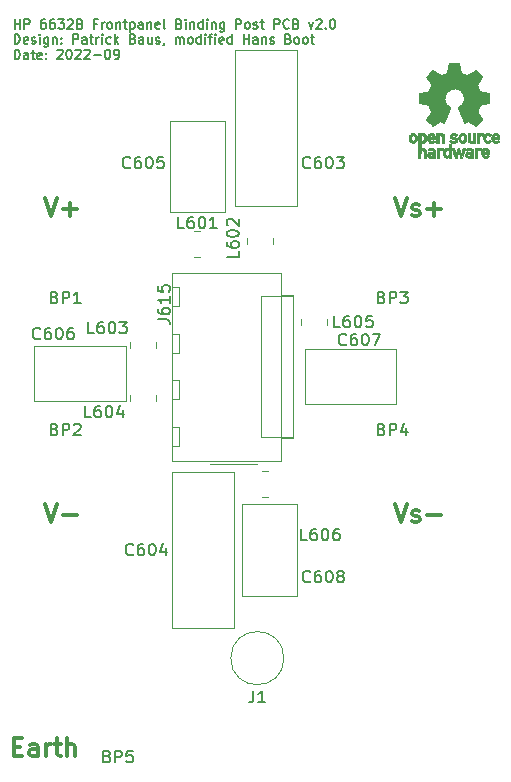
<source format=gbr>
%TF.GenerationSoftware,KiCad,Pcbnew,(6.0.7-1)-1*%
%TF.CreationDate,2022-10-01T11:55:10+02:00*%
%TF.ProjectId,HP6632B_binding_posts,48503636-3332-4425-9f62-696e64696e67,v2.0*%
%TF.SameCoordinates,Original*%
%TF.FileFunction,Legend,Top*%
%TF.FilePolarity,Positive*%
%FSLAX46Y46*%
G04 Gerber Fmt 4.6, Leading zero omitted, Abs format (unit mm)*
G04 Created by KiCad (PCBNEW (6.0.7-1)-1) date 2022-10-01 11:55:10*
%MOMM*%
%LPD*%
G01*
G04 APERTURE LIST*
%ADD10C,0.300000*%
%ADD11C,0.150000*%
%ADD12C,0.120000*%
%ADD13C,0.010000*%
G04 APERTURE END LIST*
D10*
X88905428Y-92866571D02*
X89405428Y-94366571D01*
X89905428Y-92866571D01*
X90405428Y-93795142D02*
X91548285Y-93795142D01*
X118524285Y-92866571D02*
X119024285Y-94366571D01*
X119524285Y-92866571D01*
X119952857Y-94295142D02*
X120095714Y-94366571D01*
X120381428Y-94366571D01*
X120524285Y-94295142D01*
X120595714Y-94152285D01*
X120595714Y-94080857D01*
X120524285Y-93938000D01*
X120381428Y-93866571D01*
X120167142Y-93866571D01*
X120024285Y-93795142D01*
X119952857Y-93652285D01*
X119952857Y-93580857D01*
X120024285Y-93438000D01*
X120167142Y-93366571D01*
X120381428Y-93366571D01*
X120524285Y-93438000D01*
X121238571Y-93795142D02*
X122381428Y-93795142D01*
X86238571Y-113392857D02*
X86738571Y-113392857D01*
X86952857Y-114178571D02*
X86238571Y-114178571D01*
X86238571Y-112678571D01*
X86952857Y-112678571D01*
X88238571Y-114178571D02*
X88238571Y-113392857D01*
X88167142Y-113250000D01*
X88024285Y-113178571D01*
X87738571Y-113178571D01*
X87595714Y-113250000D01*
X88238571Y-114107142D02*
X88095714Y-114178571D01*
X87738571Y-114178571D01*
X87595714Y-114107142D01*
X87524285Y-113964285D01*
X87524285Y-113821428D01*
X87595714Y-113678571D01*
X87738571Y-113607142D01*
X88095714Y-113607142D01*
X88238571Y-113535714D01*
X88952857Y-114178571D02*
X88952857Y-113178571D01*
X88952857Y-113464285D02*
X89024285Y-113321428D01*
X89095714Y-113250000D01*
X89238571Y-113178571D01*
X89381428Y-113178571D01*
X89667142Y-113178571D02*
X90238571Y-113178571D01*
X89881428Y-112678571D02*
X89881428Y-113964285D01*
X89952857Y-114107142D01*
X90095714Y-114178571D01*
X90238571Y-114178571D01*
X90738571Y-114178571D02*
X90738571Y-112678571D01*
X91381428Y-114178571D02*
X91381428Y-113392857D01*
X91310000Y-113250000D01*
X91167142Y-113178571D01*
X90952857Y-113178571D01*
X90810000Y-113250000D01*
X90738571Y-113321428D01*
X88905428Y-66958571D02*
X89405428Y-68458571D01*
X89905428Y-66958571D01*
X90405428Y-67887142D02*
X91548285Y-67887142D01*
X90976857Y-68458571D02*
X90976857Y-67315714D01*
X118524285Y-66958571D02*
X119024285Y-68458571D01*
X119524285Y-66958571D01*
X119952857Y-68387142D02*
X120095714Y-68458571D01*
X120381428Y-68458571D01*
X120524285Y-68387142D01*
X120595714Y-68244285D01*
X120595714Y-68172857D01*
X120524285Y-68030000D01*
X120381428Y-67958571D01*
X120167142Y-67958571D01*
X120024285Y-67887142D01*
X119952857Y-67744285D01*
X119952857Y-67672857D01*
X120024285Y-67530000D01*
X120167142Y-67458571D01*
X120381428Y-67458571D01*
X120524285Y-67530000D01*
X121238571Y-67887142D02*
X122381428Y-67887142D01*
X121810000Y-68458571D02*
X121810000Y-67315714D01*
D11*
X86287976Y-52573904D02*
X86287976Y-51773904D01*
X86287976Y-52154857D02*
X86745119Y-52154857D01*
X86745119Y-52573904D02*
X86745119Y-51773904D01*
X87126071Y-52573904D02*
X87126071Y-51773904D01*
X87430833Y-51773904D01*
X87507023Y-51812000D01*
X87545119Y-51850095D01*
X87583214Y-51926285D01*
X87583214Y-52040571D01*
X87545119Y-52116761D01*
X87507023Y-52154857D01*
X87430833Y-52192952D01*
X87126071Y-52192952D01*
X88878452Y-51773904D02*
X88726071Y-51773904D01*
X88649880Y-51812000D01*
X88611785Y-51850095D01*
X88535595Y-51964380D01*
X88497500Y-52116761D01*
X88497500Y-52421523D01*
X88535595Y-52497714D01*
X88573690Y-52535809D01*
X88649880Y-52573904D01*
X88802261Y-52573904D01*
X88878452Y-52535809D01*
X88916547Y-52497714D01*
X88954642Y-52421523D01*
X88954642Y-52231047D01*
X88916547Y-52154857D01*
X88878452Y-52116761D01*
X88802261Y-52078666D01*
X88649880Y-52078666D01*
X88573690Y-52116761D01*
X88535595Y-52154857D01*
X88497500Y-52231047D01*
X89640357Y-51773904D02*
X89487976Y-51773904D01*
X89411785Y-51812000D01*
X89373690Y-51850095D01*
X89297500Y-51964380D01*
X89259404Y-52116761D01*
X89259404Y-52421523D01*
X89297500Y-52497714D01*
X89335595Y-52535809D01*
X89411785Y-52573904D01*
X89564166Y-52573904D01*
X89640357Y-52535809D01*
X89678452Y-52497714D01*
X89716547Y-52421523D01*
X89716547Y-52231047D01*
X89678452Y-52154857D01*
X89640357Y-52116761D01*
X89564166Y-52078666D01*
X89411785Y-52078666D01*
X89335595Y-52116761D01*
X89297500Y-52154857D01*
X89259404Y-52231047D01*
X89983214Y-51773904D02*
X90478452Y-51773904D01*
X90211785Y-52078666D01*
X90326071Y-52078666D01*
X90402261Y-52116761D01*
X90440357Y-52154857D01*
X90478452Y-52231047D01*
X90478452Y-52421523D01*
X90440357Y-52497714D01*
X90402261Y-52535809D01*
X90326071Y-52573904D01*
X90097500Y-52573904D01*
X90021309Y-52535809D01*
X89983214Y-52497714D01*
X90783214Y-51850095D02*
X90821309Y-51812000D01*
X90897500Y-51773904D01*
X91087976Y-51773904D01*
X91164166Y-51812000D01*
X91202261Y-51850095D01*
X91240357Y-51926285D01*
X91240357Y-52002476D01*
X91202261Y-52116761D01*
X90745119Y-52573904D01*
X91240357Y-52573904D01*
X91849880Y-52154857D02*
X91964166Y-52192952D01*
X92002261Y-52231047D01*
X92040357Y-52307238D01*
X92040357Y-52421523D01*
X92002261Y-52497714D01*
X91964166Y-52535809D01*
X91887976Y-52573904D01*
X91583214Y-52573904D01*
X91583214Y-51773904D01*
X91849880Y-51773904D01*
X91926071Y-51812000D01*
X91964166Y-51850095D01*
X92002261Y-51926285D01*
X92002261Y-52002476D01*
X91964166Y-52078666D01*
X91926071Y-52116761D01*
X91849880Y-52154857D01*
X91583214Y-52154857D01*
X93259404Y-52154857D02*
X92992738Y-52154857D01*
X92992738Y-52573904D02*
X92992738Y-51773904D01*
X93373690Y-51773904D01*
X93678452Y-52573904D02*
X93678452Y-52040571D01*
X93678452Y-52192952D02*
X93716547Y-52116761D01*
X93754642Y-52078666D01*
X93830833Y-52040571D01*
X93907023Y-52040571D01*
X94287976Y-52573904D02*
X94211785Y-52535809D01*
X94173690Y-52497714D01*
X94135595Y-52421523D01*
X94135595Y-52192952D01*
X94173690Y-52116761D01*
X94211785Y-52078666D01*
X94287976Y-52040571D01*
X94402261Y-52040571D01*
X94478452Y-52078666D01*
X94516547Y-52116761D01*
X94554642Y-52192952D01*
X94554642Y-52421523D01*
X94516547Y-52497714D01*
X94478452Y-52535809D01*
X94402261Y-52573904D01*
X94287976Y-52573904D01*
X94897500Y-52040571D02*
X94897500Y-52573904D01*
X94897500Y-52116761D02*
X94935595Y-52078666D01*
X95011785Y-52040571D01*
X95126071Y-52040571D01*
X95202261Y-52078666D01*
X95240357Y-52154857D01*
X95240357Y-52573904D01*
X95507023Y-52040571D02*
X95811785Y-52040571D01*
X95621309Y-51773904D02*
X95621309Y-52459619D01*
X95659404Y-52535809D01*
X95735595Y-52573904D01*
X95811785Y-52573904D01*
X96078452Y-52040571D02*
X96078452Y-52840571D01*
X96078452Y-52078666D02*
X96154642Y-52040571D01*
X96307023Y-52040571D01*
X96383214Y-52078666D01*
X96421309Y-52116761D01*
X96459404Y-52192952D01*
X96459404Y-52421523D01*
X96421309Y-52497714D01*
X96383214Y-52535809D01*
X96307023Y-52573904D01*
X96154642Y-52573904D01*
X96078452Y-52535809D01*
X97145119Y-52573904D02*
X97145119Y-52154857D01*
X97107023Y-52078666D01*
X97030833Y-52040571D01*
X96878452Y-52040571D01*
X96802261Y-52078666D01*
X97145119Y-52535809D02*
X97068928Y-52573904D01*
X96878452Y-52573904D01*
X96802261Y-52535809D01*
X96764166Y-52459619D01*
X96764166Y-52383428D01*
X96802261Y-52307238D01*
X96878452Y-52269142D01*
X97068928Y-52269142D01*
X97145119Y-52231047D01*
X97526071Y-52040571D02*
X97526071Y-52573904D01*
X97526071Y-52116761D02*
X97564166Y-52078666D01*
X97640357Y-52040571D01*
X97754642Y-52040571D01*
X97830833Y-52078666D01*
X97868928Y-52154857D01*
X97868928Y-52573904D01*
X98554642Y-52535809D02*
X98478452Y-52573904D01*
X98326071Y-52573904D01*
X98249880Y-52535809D01*
X98211785Y-52459619D01*
X98211785Y-52154857D01*
X98249880Y-52078666D01*
X98326071Y-52040571D01*
X98478452Y-52040571D01*
X98554642Y-52078666D01*
X98592738Y-52154857D01*
X98592738Y-52231047D01*
X98211785Y-52307238D01*
X99049880Y-52573904D02*
X98973690Y-52535809D01*
X98935595Y-52459619D01*
X98935595Y-51773904D01*
X100230833Y-52154857D02*
X100345119Y-52192952D01*
X100383214Y-52231047D01*
X100421309Y-52307238D01*
X100421309Y-52421523D01*
X100383214Y-52497714D01*
X100345119Y-52535809D01*
X100268928Y-52573904D01*
X99964166Y-52573904D01*
X99964166Y-51773904D01*
X100230833Y-51773904D01*
X100307023Y-51812000D01*
X100345119Y-51850095D01*
X100383214Y-51926285D01*
X100383214Y-52002476D01*
X100345119Y-52078666D01*
X100307023Y-52116761D01*
X100230833Y-52154857D01*
X99964166Y-52154857D01*
X100764166Y-52573904D02*
X100764166Y-52040571D01*
X100764166Y-51773904D02*
X100726071Y-51812000D01*
X100764166Y-51850095D01*
X100802261Y-51812000D01*
X100764166Y-51773904D01*
X100764166Y-51850095D01*
X101145119Y-52040571D02*
X101145119Y-52573904D01*
X101145119Y-52116761D02*
X101183214Y-52078666D01*
X101259404Y-52040571D01*
X101373690Y-52040571D01*
X101449880Y-52078666D01*
X101487976Y-52154857D01*
X101487976Y-52573904D01*
X102211785Y-52573904D02*
X102211785Y-51773904D01*
X102211785Y-52535809D02*
X102135595Y-52573904D01*
X101983214Y-52573904D01*
X101907023Y-52535809D01*
X101868928Y-52497714D01*
X101830833Y-52421523D01*
X101830833Y-52192952D01*
X101868928Y-52116761D01*
X101907023Y-52078666D01*
X101983214Y-52040571D01*
X102135595Y-52040571D01*
X102211785Y-52078666D01*
X102592738Y-52573904D02*
X102592738Y-52040571D01*
X102592738Y-51773904D02*
X102554642Y-51812000D01*
X102592738Y-51850095D01*
X102630833Y-51812000D01*
X102592738Y-51773904D01*
X102592738Y-51850095D01*
X102973690Y-52040571D02*
X102973690Y-52573904D01*
X102973690Y-52116761D02*
X103011785Y-52078666D01*
X103087976Y-52040571D01*
X103202261Y-52040571D01*
X103278452Y-52078666D01*
X103316547Y-52154857D01*
X103316547Y-52573904D01*
X104040357Y-52040571D02*
X104040357Y-52688190D01*
X104002261Y-52764380D01*
X103964166Y-52802476D01*
X103887976Y-52840571D01*
X103773690Y-52840571D01*
X103697500Y-52802476D01*
X104040357Y-52535809D02*
X103964166Y-52573904D01*
X103811785Y-52573904D01*
X103735595Y-52535809D01*
X103697500Y-52497714D01*
X103659404Y-52421523D01*
X103659404Y-52192952D01*
X103697500Y-52116761D01*
X103735595Y-52078666D01*
X103811785Y-52040571D01*
X103964166Y-52040571D01*
X104040357Y-52078666D01*
X105030833Y-52573904D02*
X105030833Y-51773904D01*
X105335595Y-51773904D01*
X105411785Y-51812000D01*
X105449880Y-51850095D01*
X105487976Y-51926285D01*
X105487976Y-52040571D01*
X105449880Y-52116761D01*
X105411785Y-52154857D01*
X105335595Y-52192952D01*
X105030833Y-52192952D01*
X105945119Y-52573904D02*
X105868928Y-52535809D01*
X105830833Y-52497714D01*
X105792738Y-52421523D01*
X105792738Y-52192952D01*
X105830833Y-52116761D01*
X105868928Y-52078666D01*
X105945119Y-52040571D01*
X106059404Y-52040571D01*
X106135595Y-52078666D01*
X106173690Y-52116761D01*
X106211785Y-52192952D01*
X106211785Y-52421523D01*
X106173690Y-52497714D01*
X106135595Y-52535809D01*
X106059404Y-52573904D01*
X105945119Y-52573904D01*
X106516547Y-52535809D02*
X106592738Y-52573904D01*
X106745119Y-52573904D01*
X106821309Y-52535809D01*
X106859404Y-52459619D01*
X106859404Y-52421523D01*
X106821309Y-52345333D01*
X106745119Y-52307238D01*
X106630833Y-52307238D01*
X106554642Y-52269142D01*
X106516547Y-52192952D01*
X106516547Y-52154857D01*
X106554642Y-52078666D01*
X106630833Y-52040571D01*
X106745119Y-52040571D01*
X106821309Y-52078666D01*
X107087976Y-52040571D02*
X107392738Y-52040571D01*
X107202261Y-51773904D02*
X107202261Y-52459619D01*
X107240357Y-52535809D01*
X107316547Y-52573904D01*
X107392738Y-52573904D01*
X108268928Y-52573904D02*
X108268928Y-51773904D01*
X108573690Y-51773904D01*
X108649880Y-51812000D01*
X108687976Y-51850095D01*
X108726071Y-51926285D01*
X108726071Y-52040571D01*
X108687976Y-52116761D01*
X108649880Y-52154857D01*
X108573690Y-52192952D01*
X108268928Y-52192952D01*
X109526071Y-52497714D02*
X109487976Y-52535809D01*
X109373690Y-52573904D01*
X109297500Y-52573904D01*
X109183214Y-52535809D01*
X109107023Y-52459619D01*
X109068928Y-52383428D01*
X109030833Y-52231047D01*
X109030833Y-52116761D01*
X109068928Y-51964380D01*
X109107023Y-51888190D01*
X109183214Y-51812000D01*
X109297500Y-51773904D01*
X109373690Y-51773904D01*
X109487976Y-51812000D01*
X109526071Y-51850095D01*
X110135595Y-52154857D02*
X110249880Y-52192952D01*
X110287976Y-52231047D01*
X110326071Y-52307238D01*
X110326071Y-52421523D01*
X110287976Y-52497714D01*
X110249880Y-52535809D01*
X110173690Y-52573904D01*
X109868928Y-52573904D01*
X109868928Y-51773904D01*
X110135595Y-51773904D01*
X110211785Y-51812000D01*
X110249880Y-51850095D01*
X110287976Y-51926285D01*
X110287976Y-52002476D01*
X110249880Y-52078666D01*
X110211785Y-52116761D01*
X110135595Y-52154857D01*
X109868928Y-52154857D01*
X111202261Y-52040571D02*
X111392738Y-52573904D01*
X111583214Y-52040571D01*
X111849880Y-51850095D02*
X111887976Y-51812000D01*
X111964166Y-51773904D01*
X112154642Y-51773904D01*
X112230833Y-51812000D01*
X112268928Y-51850095D01*
X112307023Y-51926285D01*
X112307023Y-52002476D01*
X112268928Y-52116761D01*
X111811785Y-52573904D01*
X112307023Y-52573904D01*
X112649880Y-52497714D02*
X112687976Y-52535809D01*
X112649880Y-52573904D01*
X112611785Y-52535809D01*
X112649880Y-52497714D01*
X112649880Y-52573904D01*
X113183214Y-51773904D02*
X113259404Y-51773904D01*
X113335595Y-51812000D01*
X113373690Y-51850095D01*
X113411785Y-51926285D01*
X113449880Y-52078666D01*
X113449880Y-52269142D01*
X113411785Y-52421523D01*
X113373690Y-52497714D01*
X113335595Y-52535809D01*
X113259404Y-52573904D01*
X113183214Y-52573904D01*
X113107023Y-52535809D01*
X113068928Y-52497714D01*
X113030833Y-52421523D01*
X112992738Y-52269142D01*
X112992738Y-52078666D01*
X113030833Y-51926285D01*
X113068928Y-51850095D01*
X113107023Y-51812000D01*
X113183214Y-51773904D01*
X86287976Y-53861904D02*
X86287976Y-53061904D01*
X86478452Y-53061904D01*
X86592738Y-53100000D01*
X86668928Y-53176190D01*
X86707023Y-53252380D01*
X86745119Y-53404761D01*
X86745119Y-53519047D01*
X86707023Y-53671428D01*
X86668928Y-53747619D01*
X86592738Y-53823809D01*
X86478452Y-53861904D01*
X86287976Y-53861904D01*
X87392738Y-53823809D02*
X87316547Y-53861904D01*
X87164166Y-53861904D01*
X87087976Y-53823809D01*
X87049880Y-53747619D01*
X87049880Y-53442857D01*
X87087976Y-53366666D01*
X87164166Y-53328571D01*
X87316547Y-53328571D01*
X87392738Y-53366666D01*
X87430833Y-53442857D01*
X87430833Y-53519047D01*
X87049880Y-53595238D01*
X87735595Y-53823809D02*
X87811785Y-53861904D01*
X87964166Y-53861904D01*
X88040357Y-53823809D01*
X88078452Y-53747619D01*
X88078452Y-53709523D01*
X88040357Y-53633333D01*
X87964166Y-53595238D01*
X87849880Y-53595238D01*
X87773690Y-53557142D01*
X87735595Y-53480952D01*
X87735595Y-53442857D01*
X87773690Y-53366666D01*
X87849880Y-53328571D01*
X87964166Y-53328571D01*
X88040357Y-53366666D01*
X88421309Y-53861904D02*
X88421309Y-53328571D01*
X88421309Y-53061904D02*
X88383214Y-53100000D01*
X88421309Y-53138095D01*
X88459404Y-53100000D01*
X88421309Y-53061904D01*
X88421309Y-53138095D01*
X89145119Y-53328571D02*
X89145119Y-53976190D01*
X89107023Y-54052380D01*
X89068928Y-54090476D01*
X88992738Y-54128571D01*
X88878452Y-54128571D01*
X88802261Y-54090476D01*
X89145119Y-53823809D02*
X89068928Y-53861904D01*
X88916547Y-53861904D01*
X88840357Y-53823809D01*
X88802261Y-53785714D01*
X88764166Y-53709523D01*
X88764166Y-53480952D01*
X88802261Y-53404761D01*
X88840357Y-53366666D01*
X88916547Y-53328571D01*
X89068928Y-53328571D01*
X89145119Y-53366666D01*
X89526071Y-53328571D02*
X89526071Y-53861904D01*
X89526071Y-53404761D02*
X89564166Y-53366666D01*
X89640357Y-53328571D01*
X89754642Y-53328571D01*
X89830833Y-53366666D01*
X89868928Y-53442857D01*
X89868928Y-53861904D01*
X90249880Y-53785714D02*
X90287976Y-53823809D01*
X90249880Y-53861904D01*
X90211785Y-53823809D01*
X90249880Y-53785714D01*
X90249880Y-53861904D01*
X90249880Y-53366666D02*
X90287976Y-53404761D01*
X90249880Y-53442857D01*
X90211785Y-53404761D01*
X90249880Y-53366666D01*
X90249880Y-53442857D01*
X91240357Y-53861904D02*
X91240357Y-53061904D01*
X91545119Y-53061904D01*
X91621309Y-53100000D01*
X91659404Y-53138095D01*
X91697500Y-53214285D01*
X91697500Y-53328571D01*
X91659404Y-53404761D01*
X91621309Y-53442857D01*
X91545119Y-53480952D01*
X91240357Y-53480952D01*
X92383214Y-53861904D02*
X92383214Y-53442857D01*
X92345119Y-53366666D01*
X92268928Y-53328571D01*
X92116547Y-53328571D01*
X92040357Y-53366666D01*
X92383214Y-53823809D02*
X92307023Y-53861904D01*
X92116547Y-53861904D01*
X92040357Y-53823809D01*
X92002261Y-53747619D01*
X92002261Y-53671428D01*
X92040357Y-53595238D01*
X92116547Y-53557142D01*
X92307023Y-53557142D01*
X92383214Y-53519047D01*
X92649880Y-53328571D02*
X92954642Y-53328571D01*
X92764166Y-53061904D02*
X92764166Y-53747619D01*
X92802261Y-53823809D01*
X92878452Y-53861904D01*
X92954642Y-53861904D01*
X93221309Y-53861904D02*
X93221309Y-53328571D01*
X93221309Y-53480952D02*
X93259404Y-53404761D01*
X93297500Y-53366666D01*
X93373690Y-53328571D01*
X93449880Y-53328571D01*
X93716547Y-53861904D02*
X93716547Y-53328571D01*
X93716547Y-53061904D02*
X93678452Y-53100000D01*
X93716547Y-53138095D01*
X93754642Y-53100000D01*
X93716547Y-53061904D01*
X93716547Y-53138095D01*
X94440357Y-53823809D02*
X94364166Y-53861904D01*
X94211785Y-53861904D01*
X94135595Y-53823809D01*
X94097500Y-53785714D01*
X94059404Y-53709523D01*
X94059404Y-53480952D01*
X94097500Y-53404761D01*
X94135595Y-53366666D01*
X94211785Y-53328571D01*
X94364166Y-53328571D01*
X94440357Y-53366666D01*
X94783214Y-53861904D02*
X94783214Y-53061904D01*
X94859404Y-53557142D02*
X95087976Y-53861904D01*
X95087976Y-53328571D02*
X94783214Y-53633333D01*
X96307023Y-53442857D02*
X96421309Y-53480952D01*
X96459404Y-53519047D01*
X96497500Y-53595238D01*
X96497500Y-53709523D01*
X96459404Y-53785714D01*
X96421309Y-53823809D01*
X96345119Y-53861904D01*
X96040357Y-53861904D01*
X96040357Y-53061904D01*
X96307023Y-53061904D01*
X96383214Y-53100000D01*
X96421309Y-53138095D01*
X96459404Y-53214285D01*
X96459404Y-53290476D01*
X96421309Y-53366666D01*
X96383214Y-53404761D01*
X96307023Y-53442857D01*
X96040357Y-53442857D01*
X97183214Y-53861904D02*
X97183214Y-53442857D01*
X97145119Y-53366666D01*
X97068928Y-53328571D01*
X96916547Y-53328571D01*
X96840357Y-53366666D01*
X97183214Y-53823809D02*
X97107023Y-53861904D01*
X96916547Y-53861904D01*
X96840357Y-53823809D01*
X96802261Y-53747619D01*
X96802261Y-53671428D01*
X96840357Y-53595238D01*
X96916547Y-53557142D01*
X97107023Y-53557142D01*
X97183214Y-53519047D01*
X97907023Y-53328571D02*
X97907023Y-53861904D01*
X97564166Y-53328571D02*
X97564166Y-53747619D01*
X97602261Y-53823809D01*
X97678452Y-53861904D01*
X97792738Y-53861904D01*
X97868928Y-53823809D01*
X97907023Y-53785714D01*
X98249880Y-53823809D02*
X98326071Y-53861904D01*
X98478452Y-53861904D01*
X98554642Y-53823809D01*
X98592738Y-53747619D01*
X98592738Y-53709523D01*
X98554642Y-53633333D01*
X98478452Y-53595238D01*
X98364166Y-53595238D01*
X98287976Y-53557142D01*
X98249880Y-53480952D01*
X98249880Y-53442857D01*
X98287976Y-53366666D01*
X98364166Y-53328571D01*
X98478452Y-53328571D01*
X98554642Y-53366666D01*
X98973690Y-53823809D02*
X98973690Y-53861904D01*
X98935595Y-53938095D01*
X98897500Y-53976190D01*
X99926071Y-53861904D02*
X99926071Y-53328571D01*
X99926071Y-53404761D02*
X99964166Y-53366666D01*
X100040357Y-53328571D01*
X100154642Y-53328571D01*
X100230833Y-53366666D01*
X100268928Y-53442857D01*
X100268928Y-53861904D01*
X100268928Y-53442857D02*
X100307023Y-53366666D01*
X100383214Y-53328571D01*
X100497500Y-53328571D01*
X100573690Y-53366666D01*
X100611785Y-53442857D01*
X100611785Y-53861904D01*
X101107023Y-53861904D02*
X101030833Y-53823809D01*
X100992738Y-53785714D01*
X100954642Y-53709523D01*
X100954642Y-53480952D01*
X100992738Y-53404761D01*
X101030833Y-53366666D01*
X101107023Y-53328571D01*
X101221309Y-53328571D01*
X101297500Y-53366666D01*
X101335595Y-53404761D01*
X101373690Y-53480952D01*
X101373690Y-53709523D01*
X101335595Y-53785714D01*
X101297500Y-53823809D01*
X101221309Y-53861904D01*
X101107023Y-53861904D01*
X102059404Y-53861904D02*
X102059404Y-53061904D01*
X102059404Y-53823809D02*
X101983214Y-53861904D01*
X101830833Y-53861904D01*
X101754642Y-53823809D01*
X101716547Y-53785714D01*
X101678452Y-53709523D01*
X101678452Y-53480952D01*
X101716547Y-53404761D01*
X101754642Y-53366666D01*
X101830833Y-53328571D01*
X101983214Y-53328571D01*
X102059404Y-53366666D01*
X102440357Y-53861904D02*
X102440357Y-53328571D01*
X102440357Y-53061904D02*
X102402261Y-53100000D01*
X102440357Y-53138095D01*
X102478452Y-53100000D01*
X102440357Y-53061904D01*
X102440357Y-53138095D01*
X102707023Y-53328571D02*
X103011785Y-53328571D01*
X102821309Y-53861904D02*
X102821309Y-53176190D01*
X102859404Y-53100000D01*
X102935595Y-53061904D01*
X103011785Y-53061904D01*
X103278452Y-53861904D02*
X103278452Y-53328571D01*
X103278452Y-53061904D02*
X103240357Y-53100000D01*
X103278452Y-53138095D01*
X103316547Y-53100000D01*
X103278452Y-53061904D01*
X103278452Y-53138095D01*
X103964166Y-53823809D02*
X103887976Y-53861904D01*
X103735595Y-53861904D01*
X103659404Y-53823809D01*
X103621309Y-53747619D01*
X103621309Y-53442857D01*
X103659404Y-53366666D01*
X103735595Y-53328571D01*
X103887976Y-53328571D01*
X103964166Y-53366666D01*
X104002261Y-53442857D01*
X104002261Y-53519047D01*
X103621309Y-53595238D01*
X104687976Y-53861904D02*
X104687976Y-53061904D01*
X104687976Y-53823809D02*
X104611785Y-53861904D01*
X104459404Y-53861904D01*
X104383214Y-53823809D01*
X104345119Y-53785714D01*
X104307023Y-53709523D01*
X104307023Y-53480952D01*
X104345119Y-53404761D01*
X104383214Y-53366666D01*
X104459404Y-53328571D01*
X104611785Y-53328571D01*
X104687976Y-53366666D01*
X105678452Y-53861904D02*
X105678452Y-53061904D01*
X105678452Y-53442857D02*
X106135595Y-53442857D01*
X106135595Y-53861904D02*
X106135595Y-53061904D01*
X106859404Y-53861904D02*
X106859404Y-53442857D01*
X106821309Y-53366666D01*
X106745119Y-53328571D01*
X106592738Y-53328571D01*
X106516547Y-53366666D01*
X106859404Y-53823809D02*
X106783214Y-53861904D01*
X106592738Y-53861904D01*
X106516547Y-53823809D01*
X106478452Y-53747619D01*
X106478452Y-53671428D01*
X106516547Y-53595238D01*
X106592738Y-53557142D01*
X106783214Y-53557142D01*
X106859404Y-53519047D01*
X107240357Y-53328571D02*
X107240357Y-53861904D01*
X107240357Y-53404761D02*
X107278452Y-53366666D01*
X107354642Y-53328571D01*
X107468928Y-53328571D01*
X107545119Y-53366666D01*
X107583214Y-53442857D01*
X107583214Y-53861904D01*
X107926071Y-53823809D02*
X108002261Y-53861904D01*
X108154642Y-53861904D01*
X108230833Y-53823809D01*
X108268928Y-53747619D01*
X108268928Y-53709523D01*
X108230833Y-53633333D01*
X108154642Y-53595238D01*
X108040357Y-53595238D01*
X107964166Y-53557142D01*
X107926071Y-53480952D01*
X107926071Y-53442857D01*
X107964166Y-53366666D01*
X108040357Y-53328571D01*
X108154642Y-53328571D01*
X108230833Y-53366666D01*
X109487976Y-53442857D02*
X109602261Y-53480952D01*
X109640357Y-53519047D01*
X109678452Y-53595238D01*
X109678452Y-53709523D01*
X109640357Y-53785714D01*
X109602261Y-53823809D01*
X109526071Y-53861904D01*
X109221309Y-53861904D01*
X109221309Y-53061904D01*
X109487976Y-53061904D01*
X109564166Y-53100000D01*
X109602261Y-53138095D01*
X109640357Y-53214285D01*
X109640357Y-53290476D01*
X109602261Y-53366666D01*
X109564166Y-53404761D01*
X109487976Y-53442857D01*
X109221309Y-53442857D01*
X110135595Y-53861904D02*
X110059404Y-53823809D01*
X110021309Y-53785714D01*
X109983214Y-53709523D01*
X109983214Y-53480952D01*
X110021309Y-53404761D01*
X110059404Y-53366666D01*
X110135595Y-53328571D01*
X110249880Y-53328571D01*
X110326071Y-53366666D01*
X110364166Y-53404761D01*
X110402261Y-53480952D01*
X110402261Y-53709523D01*
X110364166Y-53785714D01*
X110326071Y-53823809D01*
X110249880Y-53861904D01*
X110135595Y-53861904D01*
X110859404Y-53861904D02*
X110783214Y-53823809D01*
X110745119Y-53785714D01*
X110707023Y-53709523D01*
X110707023Y-53480952D01*
X110745119Y-53404761D01*
X110783214Y-53366666D01*
X110859404Y-53328571D01*
X110973690Y-53328571D01*
X111049880Y-53366666D01*
X111087976Y-53404761D01*
X111126071Y-53480952D01*
X111126071Y-53709523D01*
X111087976Y-53785714D01*
X111049880Y-53823809D01*
X110973690Y-53861904D01*
X110859404Y-53861904D01*
X111354642Y-53328571D02*
X111659404Y-53328571D01*
X111468928Y-53061904D02*
X111468928Y-53747619D01*
X111507023Y-53823809D01*
X111583214Y-53861904D01*
X111659404Y-53861904D01*
X86287976Y-55149904D02*
X86287976Y-54349904D01*
X86478452Y-54349904D01*
X86592738Y-54388000D01*
X86668928Y-54464190D01*
X86707023Y-54540380D01*
X86745119Y-54692761D01*
X86745119Y-54807047D01*
X86707023Y-54959428D01*
X86668928Y-55035619D01*
X86592738Y-55111809D01*
X86478452Y-55149904D01*
X86287976Y-55149904D01*
X87430833Y-55149904D02*
X87430833Y-54730857D01*
X87392738Y-54654666D01*
X87316547Y-54616571D01*
X87164166Y-54616571D01*
X87087976Y-54654666D01*
X87430833Y-55111809D02*
X87354642Y-55149904D01*
X87164166Y-55149904D01*
X87087976Y-55111809D01*
X87049880Y-55035619D01*
X87049880Y-54959428D01*
X87087976Y-54883238D01*
X87164166Y-54845142D01*
X87354642Y-54845142D01*
X87430833Y-54807047D01*
X87697500Y-54616571D02*
X88002261Y-54616571D01*
X87811785Y-54349904D02*
X87811785Y-55035619D01*
X87849880Y-55111809D01*
X87926071Y-55149904D01*
X88002261Y-55149904D01*
X88573690Y-55111809D02*
X88497500Y-55149904D01*
X88345119Y-55149904D01*
X88268928Y-55111809D01*
X88230833Y-55035619D01*
X88230833Y-54730857D01*
X88268928Y-54654666D01*
X88345119Y-54616571D01*
X88497500Y-54616571D01*
X88573690Y-54654666D01*
X88611785Y-54730857D01*
X88611785Y-54807047D01*
X88230833Y-54883238D01*
X88954642Y-55073714D02*
X88992738Y-55111809D01*
X88954642Y-55149904D01*
X88916547Y-55111809D01*
X88954642Y-55073714D01*
X88954642Y-55149904D01*
X88954642Y-54654666D02*
X88992738Y-54692761D01*
X88954642Y-54730857D01*
X88916547Y-54692761D01*
X88954642Y-54654666D01*
X88954642Y-54730857D01*
X89907023Y-54426095D02*
X89945119Y-54388000D01*
X90021309Y-54349904D01*
X90211785Y-54349904D01*
X90287976Y-54388000D01*
X90326071Y-54426095D01*
X90364166Y-54502285D01*
X90364166Y-54578476D01*
X90326071Y-54692761D01*
X89868928Y-55149904D01*
X90364166Y-55149904D01*
X90859404Y-54349904D02*
X90935595Y-54349904D01*
X91011785Y-54388000D01*
X91049880Y-54426095D01*
X91087976Y-54502285D01*
X91126071Y-54654666D01*
X91126071Y-54845142D01*
X91087976Y-54997523D01*
X91049880Y-55073714D01*
X91011785Y-55111809D01*
X90935595Y-55149904D01*
X90859404Y-55149904D01*
X90783214Y-55111809D01*
X90745119Y-55073714D01*
X90707023Y-54997523D01*
X90668928Y-54845142D01*
X90668928Y-54654666D01*
X90707023Y-54502285D01*
X90745119Y-54426095D01*
X90783214Y-54388000D01*
X90859404Y-54349904D01*
X91430833Y-54426095D02*
X91468928Y-54388000D01*
X91545119Y-54349904D01*
X91735595Y-54349904D01*
X91811785Y-54388000D01*
X91849880Y-54426095D01*
X91887976Y-54502285D01*
X91887976Y-54578476D01*
X91849880Y-54692761D01*
X91392738Y-55149904D01*
X91887976Y-55149904D01*
X92192738Y-54426095D02*
X92230833Y-54388000D01*
X92307023Y-54349904D01*
X92497500Y-54349904D01*
X92573690Y-54388000D01*
X92611785Y-54426095D01*
X92649880Y-54502285D01*
X92649880Y-54578476D01*
X92611785Y-54692761D01*
X92154642Y-55149904D01*
X92649880Y-55149904D01*
X92992738Y-54845142D02*
X93602261Y-54845142D01*
X94135595Y-54349904D02*
X94211785Y-54349904D01*
X94287976Y-54388000D01*
X94326071Y-54426095D01*
X94364166Y-54502285D01*
X94402261Y-54654666D01*
X94402261Y-54845142D01*
X94364166Y-54997523D01*
X94326071Y-55073714D01*
X94287976Y-55111809D01*
X94211785Y-55149904D01*
X94135595Y-55149904D01*
X94059404Y-55111809D01*
X94021309Y-55073714D01*
X93983214Y-54997523D01*
X93945119Y-54845142D01*
X93945119Y-54654666D01*
X93983214Y-54502285D01*
X94021309Y-54426095D01*
X94059404Y-54388000D01*
X94135595Y-54349904D01*
X94783214Y-55149904D02*
X94935595Y-55149904D01*
X95011785Y-55111809D01*
X95049880Y-55073714D01*
X95126071Y-54959428D01*
X95164166Y-54807047D01*
X95164166Y-54502285D01*
X95126071Y-54426095D01*
X95087976Y-54388000D01*
X95011785Y-54349904D01*
X94859404Y-54349904D01*
X94783214Y-54388000D01*
X94745119Y-54426095D01*
X94707023Y-54502285D01*
X94707023Y-54692761D01*
X94745119Y-54768952D01*
X94783214Y-54807047D01*
X94859404Y-54845142D01*
X95011785Y-54845142D01*
X95087976Y-54807047D01*
X95126071Y-54768952D01*
X95164166Y-54692761D01*
%TO.C,BP2*%
X89683238Y-86504571D02*
X89826095Y-86552190D01*
X89873714Y-86599809D01*
X89921333Y-86695047D01*
X89921333Y-86837904D01*
X89873714Y-86933142D01*
X89826095Y-86980761D01*
X89730857Y-87028380D01*
X89349904Y-87028380D01*
X89349904Y-86028380D01*
X89683238Y-86028380D01*
X89778476Y-86076000D01*
X89826095Y-86123619D01*
X89873714Y-86218857D01*
X89873714Y-86314095D01*
X89826095Y-86409333D01*
X89778476Y-86456952D01*
X89683238Y-86504571D01*
X89349904Y-86504571D01*
X90349904Y-87028380D02*
X90349904Y-86028380D01*
X90730857Y-86028380D01*
X90826095Y-86076000D01*
X90873714Y-86123619D01*
X90921333Y-86218857D01*
X90921333Y-86361714D01*
X90873714Y-86456952D01*
X90826095Y-86504571D01*
X90730857Y-86552190D01*
X90349904Y-86552190D01*
X91302285Y-86123619D02*
X91349904Y-86076000D01*
X91445142Y-86028380D01*
X91683238Y-86028380D01*
X91778476Y-86076000D01*
X91826095Y-86123619D01*
X91873714Y-86218857D01*
X91873714Y-86314095D01*
X91826095Y-86456952D01*
X91254666Y-87028380D01*
X91873714Y-87028380D01*
%TO.C,C604*%
X96326952Y-97093142D02*
X96279333Y-97140761D01*
X96136476Y-97188380D01*
X96041238Y-97188380D01*
X95898380Y-97140761D01*
X95803142Y-97045523D01*
X95755523Y-96950285D01*
X95707904Y-96759809D01*
X95707904Y-96616952D01*
X95755523Y-96426476D01*
X95803142Y-96331238D01*
X95898380Y-96236000D01*
X96041238Y-96188380D01*
X96136476Y-96188380D01*
X96279333Y-96236000D01*
X96326952Y-96283619D01*
X97184095Y-96188380D02*
X96993619Y-96188380D01*
X96898380Y-96236000D01*
X96850761Y-96283619D01*
X96755523Y-96426476D01*
X96707904Y-96616952D01*
X96707904Y-96997904D01*
X96755523Y-97093142D01*
X96803142Y-97140761D01*
X96898380Y-97188380D01*
X97088857Y-97188380D01*
X97184095Y-97140761D01*
X97231714Y-97093142D01*
X97279333Y-96997904D01*
X97279333Y-96759809D01*
X97231714Y-96664571D01*
X97184095Y-96616952D01*
X97088857Y-96569333D01*
X96898380Y-96569333D01*
X96803142Y-96616952D01*
X96755523Y-96664571D01*
X96707904Y-96759809D01*
X97898380Y-96188380D02*
X97993619Y-96188380D01*
X98088857Y-96236000D01*
X98136476Y-96283619D01*
X98184095Y-96378857D01*
X98231714Y-96569333D01*
X98231714Y-96807428D01*
X98184095Y-96997904D01*
X98136476Y-97093142D01*
X98088857Y-97140761D01*
X97993619Y-97188380D01*
X97898380Y-97188380D01*
X97803142Y-97140761D01*
X97755523Y-97093142D01*
X97707904Y-96997904D01*
X97660285Y-96807428D01*
X97660285Y-96569333D01*
X97707904Y-96378857D01*
X97755523Y-96283619D01*
X97803142Y-96236000D01*
X97898380Y-96188380D01*
X99088857Y-96521714D02*
X99088857Y-97188380D01*
X98850761Y-96140761D02*
X98612666Y-96855047D01*
X99231714Y-96855047D01*
%TO.C,C605*%
X96072952Y-64327142D02*
X96025333Y-64374761D01*
X95882476Y-64422380D01*
X95787238Y-64422380D01*
X95644380Y-64374761D01*
X95549142Y-64279523D01*
X95501523Y-64184285D01*
X95453904Y-63993809D01*
X95453904Y-63850952D01*
X95501523Y-63660476D01*
X95549142Y-63565238D01*
X95644380Y-63470000D01*
X95787238Y-63422380D01*
X95882476Y-63422380D01*
X96025333Y-63470000D01*
X96072952Y-63517619D01*
X96930095Y-63422380D02*
X96739619Y-63422380D01*
X96644380Y-63470000D01*
X96596761Y-63517619D01*
X96501523Y-63660476D01*
X96453904Y-63850952D01*
X96453904Y-64231904D01*
X96501523Y-64327142D01*
X96549142Y-64374761D01*
X96644380Y-64422380D01*
X96834857Y-64422380D01*
X96930095Y-64374761D01*
X96977714Y-64327142D01*
X97025333Y-64231904D01*
X97025333Y-63993809D01*
X96977714Y-63898571D01*
X96930095Y-63850952D01*
X96834857Y-63803333D01*
X96644380Y-63803333D01*
X96549142Y-63850952D01*
X96501523Y-63898571D01*
X96453904Y-63993809D01*
X97644380Y-63422380D02*
X97739619Y-63422380D01*
X97834857Y-63470000D01*
X97882476Y-63517619D01*
X97930095Y-63612857D01*
X97977714Y-63803333D01*
X97977714Y-64041428D01*
X97930095Y-64231904D01*
X97882476Y-64327142D01*
X97834857Y-64374761D01*
X97739619Y-64422380D01*
X97644380Y-64422380D01*
X97549142Y-64374761D01*
X97501523Y-64327142D01*
X97453904Y-64231904D01*
X97406285Y-64041428D01*
X97406285Y-63803333D01*
X97453904Y-63612857D01*
X97501523Y-63517619D01*
X97549142Y-63470000D01*
X97644380Y-63422380D01*
X98882476Y-63422380D02*
X98406285Y-63422380D01*
X98358666Y-63898571D01*
X98406285Y-63850952D01*
X98501523Y-63803333D01*
X98739619Y-63803333D01*
X98834857Y-63850952D01*
X98882476Y-63898571D01*
X98930095Y-63993809D01*
X98930095Y-64231904D01*
X98882476Y-64327142D01*
X98834857Y-64374761D01*
X98739619Y-64422380D01*
X98501523Y-64422380D01*
X98406285Y-64374761D01*
X98358666Y-64327142D01*
%TO.C,L601*%
X100644952Y-69502380D02*
X100168761Y-69502380D01*
X100168761Y-68502380D01*
X101406857Y-68502380D02*
X101216380Y-68502380D01*
X101121142Y-68550000D01*
X101073523Y-68597619D01*
X100978285Y-68740476D01*
X100930666Y-68930952D01*
X100930666Y-69311904D01*
X100978285Y-69407142D01*
X101025904Y-69454761D01*
X101121142Y-69502380D01*
X101311619Y-69502380D01*
X101406857Y-69454761D01*
X101454476Y-69407142D01*
X101502095Y-69311904D01*
X101502095Y-69073809D01*
X101454476Y-68978571D01*
X101406857Y-68930952D01*
X101311619Y-68883333D01*
X101121142Y-68883333D01*
X101025904Y-68930952D01*
X100978285Y-68978571D01*
X100930666Y-69073809D01*
X102121142Y-68502380D02*
X102216380Y-68502380D01*
X102311619Y-68550000D01*
X102359238Y-68597619D01*
X102406857Y-68692857D01*
X102454476Y-68883333D01*
X102454476Y-69121428D01*
X102406857Y-69311904D01*
X102359238Y-69407142D01*
X102311619Y-69454761D01*
X102216380Y-69502380D01*
X102121142Y-69502380D01*
X102025904Y-69454761D01*
X101978285Y-69407142D01*
X101930666Y-69311904D01*
X101883047Y-69121428D01*
X101883047Y-68883333D01*
X101930666Y-68692857D01*
X101978285Y-68597619D01*
X102025904Y-68550000D01*
X102121142Y-68502380D01*
X103406857Y-69502380D02*
X102835428Y-69502380D01*
X103121142Y-69502380D02*
X103121142Y-68502380D01*
X103025904Y-68645238D01*
X102930666Y-68740476D01*
X102835428Y-68788095D01*
%TO.C,L603*%
X93024952Y-78392380D02*
X92548761Y-78392380D01*
X92548761Y-77392380D01*
X93786857Y-77392380D02*
X93596380Y-77392380D01*
X93501142Y-77440000D01*
X93453523Y-77487619D01*
X93358285Y-77630476D01*
X93310666Y-77820952D01*
X93310666Y-78201904D01*
X93358285Y-78297142D01*
X93405904Y-78344761D01*
X93501142Y-78392380D01*
X93691619Y-78392380D01*
X93786857Y-78344761D01*
X93834476Y-78297142D01*
X93882095Y-78201904D01*
X93882095Y-77963809D01*
X93834476Y-77868571D01*
X93786857Y-77820952D01*
X93691619Y-77773333D01*
X93501142Y-77773333D01*
X93405904Y-77820952D01*
X93358285Y-77868571D01*
X93310666Y-77963809D01*
X94501142Y-77392380D02*
X94596380Y-77392380D01*
X94691619Y-77440000D01*
X94739238Y-77487619D01*
X94786857Y-77582857D01*
X94834476Y-77773333D01*
X94834476Y-78011428D01*
X94786857Y-78201904D01*
X94739238Y-78297142D01*
X94691619Y-78344761D01*
X94596380Y-78392380D01*
X94501142Y-78392380D01*
X94405904Y-78344761D01*
X94358285Y-78297142D01*
X94310666Y-78201904D01*
X94263047Y-78011428D01*
X94263047Y-77773333D01*
X94310666Y-77582857D01*
X94358285Y-77487619D01*
X94405904Y-77440000D01*
X94501142Y-77392380D01*
X95167809Y-77392380D02*
X95786857Y-77392380D01*
X95453523Y-77773333D01*
X95596380Y-77773333D01*
X95691619Y-77820952D01*
X95739238Y-77868571D01*
X95786857Y-77963809D01*
X95786857Y-78201904D01*
X95739238Y-78297142D01*
X95691619Y-78344761D01*
X95596380Y-78392380D01*
X95310666Y-78392380D01*
X95215428Y-78344761D01*
X95167809Y-78297142D01*
%TO.C,BP1*%
X89683238Y-75328571D02*
X89826095Y-75376190D01*
X89873714Y-75423809D01*
X89921333Y-75519047D01*
X89921333Y-75661904D01*
X89873714Y-75757142D01*
X89826095Y-75804761D01*
X89730857Y-75852380D01*
X89349904Y-75852380D01*
X89349904Y-74852380D01*
X89683238Y-74852380D01*
X89778476Y-74900000D01*
X89826095Y-74947619D01*
X89873714Y-75042857D01*
X89873714Y-75138095D01*
X89826095Y-75233333D01*
X89778476Y-75280952D01*
X89683238Y-75328571D01*
X89349904Y-75328571D01*
X90349904Y-75852380D02*
X90349904Y-74852380D01*
X90730857Y-74852380D01*
X90826095Y-74900000D01*
X90873714Y-74947619D01*
X90921333Y-75042857D01*
X90921333Y-75185714D01*
X90873714Y-75280952D01*
X90826095Y-75328571D01*
X90730857Y-75376190D01*
X90349904Y-75376190D01*
X91873714Y-75852380D02*
X91302285Y-75852380D01*
X91588000Y-75852380D02*
X91588000Y-74852380D01*
X91492761Y-74995238D01*
X91397523Y-75090476D01*
X91302285Y-75138095D01*
%TO.C,L606*%
X111058952Y-95918380D02*
X110582761Y-95918380D01*
X110582761Y-94918380D01*
X111820857Y-94918380D02*
X111630380Y-94918380D01*
X111535142Y-94966000D01*
X111487523Y-95013619D01*
X111392285Y-95156476D01*
X111344666Y-95346952D01*
X111344666Y-95727904D01*
X111392285Y-95823142D01*
X111439904Y-95870761D01*
X111535142Y-95918380D01*
X111725619Y-95918380D01*
X111820857Y-95870761D01*
X111868476Y-95823142D01*
X111916095Y-95727904D01*
X111916095Y-95489809D01*
X111868476Y-95394571D01*
X111820857Y-95346952D01*
X111725619Y-95299333D01*
X111535142Y-95299333D01*
X111439904Y-95346952D01*
X111392285Y-95394571D01*
X111344666Y-95489809D01*
X112535142Y-94918380D02*
X112630380Y-94918380D01*
X112725619Y-94966000D01*
X112773238Y-95013619D01*
X112820857Y-95108857D01*
X112868476Y-95299333D01*
X112868476Y-95537428D01*
X112820857Y-95727904D01*
X112773238Y-95823142D01*
X112725619Y-95870761D01*
X112630380Y-95918380D01*
X112535142Y-95918380D01*
X112439904Y-95870761D01*
X112392285Y-95823142D01*
X112344666Y-95727904D01*
X112297047Y-95537428D01*
X112297047Y-95299333D01*
X112344666Y-95108857D01*
X112392285Y-95013619D01*
X112439904Y-94966000D01*
X112535142Y-94918380D01*
X113725619Y-94918380D02*
X113535142Y-94918380D01*
X113439904Y-94966000D01*
X113392285Y-95013619D01*
X113297047Y-95156476D01*
X113249428Y-95346952D01*
X113249428Y-95727904D01*
X113297047Y-95823142D01*
X113344666Y-95870761D01*
X113439904Y-95918380D01*
X113630380Y-95918380D01*
X113725619Y-95870761D01*
X113773238Y-95823142D01*
X113820857Y-95727904D01*
X113820857Y-95489809D01*
X113773238Y-95394571D01*
X113725619Y-95346952D01*
X113630380Y-95299333D01*
X113439904Y-95299333D01*
X113344666Y-95346952D01*
X113297047Y-95394571D01*
X113249428Y-95489809D01*
%TO.C,C607*%
X114360952Y-79313142D02*
X114313333Y-79360761D01*
X114170476Y-79408380D01*
X114075238Y-79408380D01*
X113932380Y-79360761D01*
X113837142Y-79265523D01*
X113789523Y-79170285D01*
X113741904Y-78979809D01*
X113741904Y-78836952D01*
X113789523Y-78646476D01*
X113837142Y-78551238D01*
X113932380Y-78456000D01*
X114075238Y-78408380D01*
X114170476Y-78408380D01*
X114313333Y-78456000D01*
X114360952Y-78503619D01*
X115218095Y-78408380D02*
X115027619Y-78408380D01*
X114932380Y-78456000D01*
X114884761Y-78503619D01*
X114789523Y-78646476D01*
X114741904Y-78836952D01*
X114741904Y-79217904D01*
X114789523Y-79313142D01*
X114837142Y-79360761D01*
X114932380Y-79408380D01*
X115122857Y-79408380D01*
X115218095Y-79360761D01*
X115265714Y-79313142D01*
X115313333Y-79217904D01*
X115313333Y-78979809D01*
X115265714Y-78884571D01*
X115218095Y-78836952D01*
X115122857Y-78789333D01*
X114932380Y-78789333D01*
X114837142Y-78836952D01*
X114789523Y-78884571D01*
X114741904Y-78979809D01*
X115932380Y-78408380D02*
X116027619Y-78408380D01*
X116122857Y-78456000D01*
X116170476Y-78503619D01*
X116218095Y-78598857D01*
X116265714Y-78789333D01*
X116265714Y-79027428D01*
X116218095Y-79217904D01*
X116170476Y-79313142D01*
X116122857Y-79360761D01*
X116027619Y-79408380D01*
X115932380Y-79408380D01*
X115837142Y-79360761D01*
X115789523Y-79313142D01*
X115741904Y-79217904D01*
X115694285Y-79027428D01*
X115694285Y-78789333D01*
X115741904Y-78598857D01*
X115789523Y-78503619D01*
X115837142Y-78456000D01*
X115932380Y-78408380D01*
X116599047Y-78408380D02*
X117265714Y-78408380D01*
X116837142Y-79408380D01*
%TO.C,C608*%
X111312952Y-99379142D02*
X111265333Y-99426761D01*
X111122476Y-99474380D01*
X111027238Y-99474380D01*
X110884380Y-99426761D01*
X110789142Y-99331523D01*
X110741523Y-99236285D01*
X110693904Y-99045809D01*
X110693904Y-98902952D01*
X110741523Y-98712476D01*
X110789142Y-98617238D01*
X110884380Y-98522000D01*
X111027238Y-98474380D01*
X111122476Y-98474380D01*
X111265333Y-98522000D01*
X111312952Y-98569619D01*
X112170095Y-98474380D02*
X111979619Y-98474380D01*
X111884380Y-98522000D01*
X111836761Y-98569619D01*
X111741523Y-98712476D01*
X111693904Y-98902952D01*
X111693904Y-99283904D01*
X111741523Y-99379142D01*
X111789142Y-99426761D01*
X111884380Y-99474380D01*
X112074857Y-99474380D01*
X112170095Y-99426761D01*
X112217714Y-99379142D01*
X112265333Y-99283904D01*
X112265333Y-99045809D01*
X112217714Y-98950571D01*
X112170095Y-98902952D01*
X112074857Y-98855333D01*
X111884380Y-98855333D01*
X111789142Y-98902952D01*
X111741523Y-98950571D01*
X111693904Y-99045809D01*
X112884380Y-98474380D02*
X112979619Y-98474380D01*
X113074857Y-98522000D01*
X113122476Y-98569619D01*
X113170095Y-98664857D01*
X113217714Y-98855333D01*
X113217714Y-99093428D01*
X113170095Y-99283904D01*
X113122476Y-99379142D01*
X113074857Y-99426761D01*
X112979619Y-99474380D01*
X112884380Y-99474380D01*
X112789142Y-99426761D01*
X112741523Y-99379142D01*
X112693904Y-99283904D01*
X112646285Y-99093428D01*
X112646285Y-98855333D01*
X112693904Y-98664857D01*
X112741523Y-98569619D01*
X112789142Y-98522000D01*
X112884380Y-98474380D01*
X113789142Y-98902952D02*
X113693904Y-98855333D01*
X113646285Y-98807714D01*
X113598666Y-98712476D01*
X113598666Y-98664857D01*
X113646285Y-98569619D01*
X113693904Y-98522000D01*
X113789142Y-98474380D01*
X113979619Y-98474380D01*
X114074857Y-98522000D01*
X114122476Y-98569619D01*
X114170095Y-98664857D01*
X114170095Y-98712476D01*
X114122476Y-98807714D01*
X114074857Y-98855333D01*
X113979619Y-98902952D01*
X113789142Y-98902952D01*
X113693904Y-98950571D01*
X113646285Y-98998190D01*
X113598666Y-99093428D01*
X113598666Y-99283904D01*
X113646285Y-99379142D01*
X113693904Y-99426761D01*
X113789142Y-99474380D01*
X113979619Y-99474380D01*
X114074857Y-99426761D01*
X114122476Y-99379142D01*
X114170095Y-99283904D01*
X114170095Y-99093428D01*
X114122476Y-98998190D01*
X114074857Y-98950571D01*
X113979619Y-98902952D01*
%TO.C,BP5*%
X94145238Y-114190571D02*
X94288095Y-114238190D01*
X94335714Y-114285809D01*
X94383333Y-114381047D01*
X94383333Y-114523904D01*
X94335714Y-114619142D01*
X94288095Y-114666761D01*
X94192857Y-114714380D01*
X93811904Y-114714380D01*
X93811904Y-113714380D01*
X94145238Y-113714380D01*
X94240476Y-113762000D01*
X94288095Y-113809619D01*
X94335714Y-113904857D01*
X94335714Y-114000095D01*
X94288095Y-114095333D01*
X94240476Y-114142952D01*
X94145238Y-114190571D01*
X93811904Y-114190571D01*
X94811904Y-114714380D02*
X94811904Y-113714380D01*
X95192857Y-113714380D01*
X95288095Y-113762000D01*
X95335714Y-113809619D01*
X95383333Y-113904857D01*
X95383333Y-114047714D01*
X95335714Y-114142952D01*
X95288095Y-114190571D01*
X95192857Y-114238190D01*
X94811904Y-114238190D01*
X96288095Y-113714380D02*
X95811904Y-113714380D01*
X95764285Y-114190571D01*
X95811904Y-114142952D01*
X95907142Y-114095333D01*
X96145238Y-114095333D01*
X96240476Y-114142952D01*
X96288095Y-114190571D01*
X96335714Y-114285809D01*
X96335714Y-114523904D01*
X96288095Y-114619142D01*
X96240476Y-114666761D01*
X96145238Y-114714380D01*
X95907142Y-114714380D01*
X95811904Y-114666761D01*
X95764285Y-114619142D01*
%TO.C,L602*%
X105264380Y-71439047D02*
X105264380Y-71915238D01*
X104264380Y-71915238D01*
X104264380Y-70677142D02*
X104264380Y-70867619D01*
X104312000Y-70962857D01*
X104359619Y-71010476D01*
X104502476Y-71105714D01*
X104692952Y-71153333D01*
X105073904Y-71153333D01*
X105169142Y-71105714D01*
X105216761Y-71058095D01*
X105264380Y-70962857D01*
X105264380Y-70772380D01*
X105216761Y-70677142D01*
X105169142Y-70629523D01*
X105073904Y-70581904D01*
X104835809Y-70581904D01*
X104740571Y-70629523D01*
X104692952Y-70677142D01*
X104645333Y-70772380D01*
X104645333Y-70962857D01*
X104692952Y-71058095D01*
X104740571Y-71105714D01*
X104835809Y-71153333D01*
X104264380Y-69962857D02*
X104264380Y-69867619D01*
X104312000Y-69772380D01*
X104359619Y-69724761D01*
X104454857Y-69677142D01*
X104645333Y-69629523D01*
X104883428Y-69629523D01*
X105073904Y-69677142D01*
X105169142Y-69724761D01*
X105216761Y-69772380D01*
X105264380Y-69867619D01*
X105264380Y-69962857D01*
X105216761Y-70058095D01*
X105169142Y-70105714D01*
X105073904Y-70153333D01*
X104883428Y-70200952D01*
X104645333Y-70200952D01*
X104454857Y-70153333D01*
X104359619Y-70105714D01*
X104312000Y-70058095D01*
X104264380Y-69962857D01*
X104359619Y-69248571D02*
X104312000Y-69200952D01*
X104264380Y-69105714D01*
X104264380Y-68867619D01*
X104312000Y-68772380D01*
X104359619Y-68724761D01*
X104454857Y-68677142D01*
X104550095Y-68677142D01*
X104692952Y-68724761D01*
X105264380Y-69296190D01*
X105264380Y-68677142D01*
%TO.C,L604*%
X92770952Y-85504380D02*
X92294761Y-85504380D01*
X92294761Y-84504380D01*
X93532857Y-84504380D02*
X93342380Y-84504380D01*
X93247142Y-84552000D01*
X93199523Y-84599619D01*
X93104285Y-84742476D01*
X93056666Y-84932952D01*
X93056666Y-85313904D01*
X93104285Y-85409142D01*
X93151904Y-85456761D01*
X93247142Y-85504380D01*
X93437619Y-85504380D01*
X93532857Y-85456761D01*
X93580476Y-85409142D01*
X93628095Y-85313904D01*
X93628095Y-85075809D01*
X93580476Y-84980571D01*
X93532857Y-84932952D01*
X93437619Y-84885333D01*
X93247142Y-84885333D01*
X93151904Y-84932952D01*
X93104285Y-84980571D01*
X93056666Y-85075809D01*
X94247142Y-84504380D02*
X94342380Y-84504380D01*
X94437619Y-84552000D01*
X94485238Y-84599619D01*
X94532857Y-84694857D01*
X94580476Y-84885333D01*
X94580476Y-85123428D01*
X94532857Y-85313904D01*
X94485238Y-85409142D01*
X94437619Y-85456761D01*
X94342380Y-85504380D01*
X94247142Y-85504380D01*
X94151904Y-85456761D01*
X94104285Y-85409142D01*
X94056666Y-85313904D01*
X94009047Y-85123428D01*
X94009047Y-84885333D01*
X94056666Y-84694857D01*
X94104285Y-84599619D01*
X94151904Y-84552000D01*
X94247142Y-84504380D01*
X95437619Y-84837714D02*
X95437619Y-85504380D01*
X95199523Y-84456761D02*
X94961428Y-85171047D01*
X95580476Y-85171047D01*
%TO.C,L605*%
X113852952Y-77884380D02*
X113376761Y-77884380D01*
X113376761Y-76884380D01*
X114614857Y-76884380D02*
X114424380Y-76884380D01*
X114329142Y-76932000D01*
X114281523Y-76979619D01*
X114186285Y-77122476D01*
X114138666Y-77312952D01*
X114138666Y-77693904D01*
X114186285Y-77789142D01*
X114233904Y-77836761D01*
X114329142Y-77884380D01*
X114519619Y-77884380D01*
X114614857Y-77836761D01*
X114662476Y-77789142D01*
X114710095Y-77693904D01*
X114710095Y-77455809D01*
X114662476Y-77360571D01*
X114614857Y-77312952D01*
X114519619Y-77265333D01*
X114329142Y-77265333D01*
X114233904Y-77312952D01*
X114186285Y-77360571D01*
X114138666Y-77455809D01*
X115329142Y-76884380D02*
X115424380Y-76884380D01*
X115519619Y-76932000D01*
X115567238Y-76979619D01*
X115614857Y-77074857D01*
X115662476Y-77265333D01*
X115662476Y-77503428D01*
X115614857Y-77693904D01*
X115567238Y-77789142D01*
X115519619Y-77836761D01*
X115424380Y-77884380D01*
X115329142Y-77884380D01*
X115233904Y-77836761D01*
X115186285Y-77789142D01*
X115138666Y-77693904D01*
X115091047Y-77503428D01*
X115091047Y-77265333D01*
X115138666Y-77074857D01*
X115186285Y-76979619D01*
X115233904Y-76932000D01*
X115329142Y-76884380D01*
X116567238Y-76884380D02*
X116091047Y-76884380D01*
X116043428Y-77360571D01*
X116091047Y-77312952D01*
X116186285Y-77265333D01*
X116424380Y-77265333D01*
X116519619Y-77312952D01*
X116567238Y-77360571D01*
X116614857Y-77455809D01*
X116614857Y-77693904D01*
X116567238Y-77789142D01*
X116519619Y-77836761D01*
X116424380Y-77884380D01*
X116186285Y-77884380D01*
X116091047Y-77836761D01*
X116043428Y-77789142D01*
%TO.C,C603*%
X111312952Y-64327142D02*
X111265333Y-64374761D01*
X111122476Y-64422380D01*
X111027238Y-64422380D01*
X110884380Y-64374761D01*
X110789142Y-64279523D01*
X110741523Y-64184285D01*
X110693904Y-63993809D01*
X110693904Y-63850952D01*
X110741523Y-63660476D01*
X110789142Y-63565238D01*
X110884380Y-63470000D01*
X111027238Y-63422380D01*
X111122476Y-63422380D01*
X111265333Y-63470000D01*
X111312952Y-63517619D01*
X112170095Y-63422380D02*
X111979619Y-63422380D01*
X111884380Y-63470000D01*
X111836761Y-63517619D01*
X111741523Y-63660476D01*
X111693904Y-63850952D01*
X111693904Y-64231904D01*
X111741523Y-64327142D01*
X111789142Y-64374761D01*
X111884380Y-64422380D01*
X112074857Y-64422380D01*
X112170095Y-64374761D01*
X112217714Y-64327142D01*
X112265333Y-64231904D01*
X112265333Y-63993809D01*
X112217714Y-63898571D01*
X112170095Y-63850952D01*
X112074857Y-63803333D01*
X111884380Y-63803333D01*
X111789142Y-63850952D01*
X111741523Y-63898571D01*
X111693904Y-63993809D01*
X112884380Y-63422380D02*
X112979619Y-63422380D01*
X113074857Y-63470000D01*
X113122476Y-63517619D01*
X113170095Y-63612857D01*
X113217714Y-63803333D01*
X113217714Y-64041428D01*
X113170095Y-64231904D01*
X113122476Y-64327142D01*
X113074857Y-64374761D01*
X112979619Y-64422380D01*
X112884380Y-64422380D01*
X112789142Y-64374761D01*
X112741523Y-64327142D01*
X112693904Y-64231904D01*
X112646285Y-64041428D01*
X112646285Y-63803333D01*
X112693904Y-63612857D01*
X112741523Y-63517619D01*
X112789142Y-63470000D01*
X112884380Y-63422380D01*
X113551047Y-63422380D02*
X114170095Y-63422380D01*
X113836761Y-63803333D01*
X113979619Y-63803333D01*
X114074857Y-63850952D01*
X114122476Y-63898571D01*
X114170095Y-63993809D01*
X114170095Y-64231904D01*
X114122476Y-64327142D01*
X114074857Y-64374761D01*
X113979619Y-64422380D01*
X113693904Y-64422380D01*
X113598666Y-64374761D01*
X113551047Y-64327142D01*
%TO.C,J1*%
X106510666Y-108634380D02*
X106510666Y-109348666D01*
X106463047Y-109491523D01*
X106367809Y-109586761D01*
X106224952Y-109634380D01*
X106129714Y-109634380D01*
X107510666Y-109634380D02*
X106939238Y-109634380D01*
X107224952Y-109634380D02*
X107224952Y-108634380D01*
X107129714Y-108777238D01*
X107034476Y-108872476D01*
X106939238Y-108920095D01*
%TO.C,J615*%
X98422380Y-77193714D02*
X99136666Y-77193714D01*
X99279523Y-77241333D01*
X99374761Y-77336571D01*
X99422380Y-77479428D01*
X99422380Y-77574666D01*
X98422380Y-76288952D02*
X98422380Y-76479428D01*
X98470000Y-76574666D01*
X98517619Y-76622285D01*
X98660476Y-76717523D01*
X98850952Y-76765142D01*
X99231904Y-76765142D01*
X99327142Y-76717523D01*
X99374761Y-76669904D01*
X99422380Y-76574666D01*
X99422380Y-76384190D01*
X99374761Y-76288952D01*
X99327142Y-76241333D01*
X99231904Y-76193714D01*
X98993809Y-76193714D01*
X98898571Y-76241333D01*
X98850952Y-76288952D01*
X98803333Y-76384190D01*
X98803333Y-76574666D01*
X98850952Y-76669904D01*
X98898571Y-76717523D01*
X98993809Y-76765142D01*
X99422380Y-75241333D02*
X99422380Y-75812761D01*
X99422380Y-75527047D02*
X98422380Y-75527047D01*
X98565238Y-75622285D01*
X98660476Y-75717523D01*
X98708095Y-75812761D01*
X98422380Y-74336571D02*
X98422380Y-74812761D01*
X98898571Y-74860380D01*
X98850952Y-74812761D01*
X98803333Y-74717523D01*
X98803333Y-74479428D01*
X98850952Y-74384190D01*
X98898571Y-74336571D01*
X98993809Y-74288952D01*
X99231904Y-74288952D01*
X99327142Y-74336571D01*
X99374761Y-74384190D01*
X99422380Y-74479428D01*
X99422380Y-74717523D01*
X99374761Y-74812761D01*
X99327142Y-74860380D01*
%TO.C,C606*%
X88452952Y-78805142D02*
X88405333Y-78852761D01*
X88262476Y-78900380D01*
X88167238Y-78900380D01*
X88024380Y-78852761D01*
X87929142Y-78757523D01*
X87881523Y-78662285D01*
X87833904Y-78471809D01*
X87833904Y-78328952D01*
X87881523Y-78138476D01*
X87929142Y-78043238D01*
X88024380Y-77948000D01*
X88167238Y-77900380D01*
X88262476Y-77900380D01*
X88405333Y-77948000D01*
X88452952Y-77995619D01*
X89310095Y-77900380D02*
X89119619Y-77900380D01*
X89024380Y-77948000D01*
X88976761Y-77995619D01*
X88881523Y-78138476D01*
X88833904Y-78328952D01*
X88833904Y-78709904D01*
X88881523Y-78805142D01*
X88929142Y-78852761D01*
X89024380Y-78900380D01*
X89214857Y-78900380D01*
X89310095Y-78852761D01*
X89357714Y-78805142D01*
X89405333Y-78709904D01*
X89405333Y-78471809D01*
X89357714Y-78376571D01*
X89310095Y-78328952D01*
X89214857Y-78281333D01*
X89024380Y-78281333D01*
X88929142Y-78328952D01*
X88881523Y-78376571D01*
X88833904Y-78471809D01*
X90024380Y-77900380D02*
X90119619Y-77900380D01*
X90214857Y-77948000D01*
X90262476Y-77995619D01*
X90310095Y-78090857D01*
X90357714Y-78281333D01*
X90357714Y-78519428D01*
X90310095Y-78709904D01*
X90262476Y-78805142D01*
X90214857Y-78852761D01*
X90119619Y-78900380D01*
X90024380Y-78900380D01*
X89929142Y-78852761D01*
X89881523Y-78805142D01*
X89833904Y-78709904D01*
X89786285Y-78519428D01*
X89786285Y-78281333D01*
X89833904Y-78090857D01*
X89881523Y-77995619D01*
X89929142Y-77948000D01*
X90024380Y-77900380D01*
X91214857Y-77900380D02*
X91024380Y-77900380D01*
X90929142Y-77948000D01*
X90881523Y-77995619D01*
X90786285Y-78138476D01*
X90738666Y-78328952D01*
X90738666Y-78709904D01*
X90786285Y-78805142D01*
X90833904Y-78852761D01*
X90929142Y-78900380D01*
X91119619Y-78900380D01*
X91214857Y-78852761D01*
X91262476Y-78805142D01*
X91310095Y-78709904D01*
X91310095Y-78471809D01*
X91262476Y-78376571D01*
X91214857Y-78328952D01*
X91119619Y-78281333D01*
X90929142Y-78281333D01*
X90833904Y-78328952D01*
X90786285Y-78376571D01*
X90738666Y-78471809D01*
%TO.C,BP3*%
X117369238Y-75328571D02*
X117512095Y-75376190D01*
X117559714Y-75423809D01*
X117607333Y-75519047D01*
X117607333Y-75661904D01*
X117559714Y-75757142D01*
X117512095Y-75804761D01*
X117416857Y-75852380D01*
X117035904Y-75852380D01*
X117035904Y-74852380D01*
X117369238Y-74852380D01*
X117464476Y-74900000D01*
X117512095Y-74947619D01*
X117559714Y-75042857D01*
X117559714Y-75138095D01*
X117512095Y-75233333D01*
X117464476Y-75280952D01*
X117369238Y-75328571D01*
X117035904Y-75328571D01*
X118035904Y-75852380D02*
X118035904Y-74852380D01*
X118416857Y-74852380D01*
X118512095Y-74900000D01*
X118559714Y-74947619D01*
X118607333Y-75042857D01*
X118607333Y-75185714D01*
X118559714Y-75280952D01*
X118512095Y-75328571D01*
X118416857Y-75376190D01*
X118035904Y-75376190D01*
X118940666Y-74852380D02*
X119559714Y-74852380D01*
X119226380Y-75233333D01*
X119369238Y-75233333D01*
X119464476Y-75280952D01*
X119512095Y-75328571D01*
X119559714Y-75423809D01*
X119559714Y-75661904D01*
X119512095Y-75757142D01*
X119464476Y-75804761D01*
X119369238Y-75852380D01*
X119083523Y-75852380D01*
X118988285Y-75804761D01*
X118940666Y-75757142D01*
%TO.C,BP4*%
X117369238Y-86504571D02*
X117512095Y-86552190D01*
X117559714Y-86599809D01*
X117607333Y-86695047D01*
X117607333Y-86837904D01*
X117559714Y-86933142D01*
X117512095Y-86980761D01*
X117416857Y-87028380D01*
X117035904Y-87028380D01*
X117035904Y-86028380D01*
X117369238Y-86028380D01*
X117464476Y-86076000D01*
X117512095Y-86123619D01*
X117559714Y-86218857D01*
X117559714Y-86314095D01*
X117512095Y-86409333D01*
X117464476Y-86456952D01*
X117369238Y-86504571D01*
X117035904Y-86504571D01*
X118035904Y-87028380D02*
X118035904Y-86028380D01*
X118416857Y-86028380D01*
X118512095Y-86076000D01*
X118559714Y-86123619D01*
X118607333Y-86218857D01*
X118607333Y-86361714D01*
X118559714Y-86456952D01*
X118512095Y-86504571D01*
X118416857Y-86552190D01*
X118035904Y-86552190D01*
X119464476Y-86361714D02*
X119464476Y-87028380D01*
X119226380Y-85980761D02*
X118988285Y-86695047D01*
X119607333Y-86695047D01*
D12*
%TO.C,C604*%
X99652000Y-103356000D02*
X104892000Y-103356000D01*
X99652000Y-103356000D02*
X99652000Y-90116000D01*
X104892000Y-103356000D02*
X104892000Y-90116000D01*
X99652000Y-90116000D02*
X104892000Y-90116000D01*
%TO.C,C605*%
X104085000Y-68134000D02*
X104085000Y-60394000D01*
X99443000Y-68134000D02*
X99443000Y-60394000D01*
X99443000Y-68134000D02*
X104085000Y-68134000D01*
X99443000Y-60394000D02*
X104085000Y-60394000D01*
%TO.C,L601*%
X102025252Y-71938000D02*
X101502748Y-71938000D01*
X102025252Y-69718000D02*
X101502748Y-69718000D01*
%TO.C,L603*%
X98302000Y-79095248D02*
X98302000Y-79617752D01*
X96082000Y-79095248D02*
X96082000Y-79617752D01*
%TO.C,LOGO1*%
G36*
X123518628Y-61435547D02*
G01*
X123581908Y-61447548D01*
X123647557Y-61472648D01*
X123654572Y-61475848D01*
X123704356Y-61502026D01*
X123738834Y-61526353D01*
X123749978Y-61541937D01*
X123739366Y-61567353D01*
X123713588Y-61604853D01*
X123702146Y-61618852D01*
X123654992Y-61673954D01*
X123594201Y-61638086D01*
X123536347Y-61614192D01*
X123469500Y-61601420D01*
X123405394Y-61600613D01*
X123355764Y-61612615D01*
X123343854Y-61620105D01*
X123321172Y-61654450D01*
X123318416Y-61694013D01*
X123335388Y-61724920D01*
X123345427Y-61730913D01*
X123375510Y-61738357D01*
X123428389Y-61747106D01*
X123493575Y-61755467D01*
X123505600Y-61756778D01*
X123610297Y-61774888D01*
X123686232Y-61805651D01*
X123736592Y-61851907D01*
X123764564Y-61916497D01*
X123773278Y-61995387D01*
X123761240Y-62085065D01*
X123722151Y-62155486D01*
X123655855Y-62206777D01*
X123562194Y-62239067D01*
X123458223Y-62251807D01*
X123373438Y-62251654D01*
X123304665Y-62240083D01*
X123257697Y-62224109D01*
X123198350Y-62196275D01*
X123143506Y-62163973D01*
X123124013Y-62149755D01*
X123073881Y-62108835D01*
X123194803Y-61986477D01*
X123263543Y-62031967D01*
X123332488Y-62066133D01*
X123406111Y-62084004D01*
X123476883Y-62085889D01*
X123537274Y-62072101D01*
X123579757Y-62042949D01*
X123593474Y-62018352D01*
X123591417Y-61978904D01*
X123557330Y-61948737D01*
X123491308Y-61927906D01*
X123418974Y-61918279D01*
X123307652Y-61899910D01*
X123224952Y-61865254D01*
X123169765Y-61813297D01*
X123140988Y-61743023D01*
X123137001Y-61659707D01*
X123156693Y-61572681D01*
X123201589Y-61506902D01*
X123272091Y-61462068D01*
X123368601Y-61437879D01*
X123440100Y-61433137D01*
X123518628Y-61435547D01*
G37*
D13*
X123518628Y-61435547D02*
X123581908Y-61447548D01*
X123647557Y-61472648D01*
X123654572Y-61475848D01*
X123704356Y-61502026D01*
X123738834Y-61526353D01*
X123749978Y-61541937D01*
X123739366Y-61567353D01*
X123713588Y-61604853D01*
X123702146Y-61618852D01*
X123654992Y-61673954D01*
X123594201Y-61638086D01*
X123536347Y-61614192D01*
X123469500Y-61601420D01*
X123405394Y-61600613D01*
X123355764Y-61612615D01*
X123343854Y-61620105D01*
X123321172Y-61654450D01*
X123318416Y-61694013D01*
X123335388Y-61724920D01*
X123345427Y-61730913D01*
X123375510Y-61738357D01*
X123428389Y-61747106D01*
X123493575Y-61755467D01*
X123505600Y-61756778D01*
X123610297Y-61774888D01*
X123686232Y-61805651D01*
X123736592Y-61851907D01*
X123764564Y-61916497D01*
X123773278Y-61995387D01*
X123761240Y-62085065D01*
X123722151Y-62155486D01*
X123655855Y-62206777D01*
X123562194Y-62239067D01*
X123458223Y-62251807D01*
X123373438Y-62251654D01*
X123304665Y-62240083D01*
X123257697Y-62224109D01*
X123198350Y-62196275D01*
X123143506Y-62163973D01*
X123124013Y-62149755D01*
X123073881Y-62108835D01*
X123194803Y-61986477D01*
X123263543Y-62031967D01*
X123332488Y-62066133D01*
X123406111Y-62084004D01*
X123476883Y-62085889D01*
X123537274Y-62072101D01*
X123579757Y-62042949D01*
X123593474Y-62018352D01*
X123591417Y-61978904D01*
X123557330Y-61948737D01*
X123491308Y-61927906D01*
X123418974Y-61918279D01*
X123307652Y-61899910D01*
X123224952Y-61865254D01*
X123169765Y-61813297D01*
X123140988Y-61743023D01*
X123137001Y-61659707D01*
X123156693Y-61572681D01*
X123201589Y-61506902D01*
X123272091Y-61462068D01*
X123368601Y-61437879D01*
X123440100Y-61433137D01*
X123518628Y-61435547D01*
G36*
X122583472Y-63038405D02*
G01*
X122591645Y-62929988D01*
X122608630Y-62848588D01*
X122636887Y-62788412D01*
X122678872Y-62743666D01*
X122719632Y-62717400D01*
X122776581Y-62698935D01*
X122847411Y-62692602D01*
X122919941Y-62697760D01*
X122981986Y-62713769D01*
X123014768Y-62732920D01*
X123048815Y-62763732D01*
X123048815Y-62374210D01*
X123232631Y-62374210D01*
X123232631Y-63510526D01*
X123140723Y-63510526D01*
X123087377Y-63508962D01*
X123059593Y-63502485D01*
X123049590Y-63488418D01*
X123048815Y-63478906D01*
X123047128Y-63459832D01*
X123036490Y-63456174D01*
X123008535Y-63467932D01*
X122986795Y-63478906D01*
X122903332Y-63504911D01*
X122812604Y-63506416D01*
X122738842Y-63487021D01*
X122670154Y-63440165D01*
X122617794Y-63371004D01*
X122589122Y-63289427D01*
X122588392Y-63284866D01*
X122584132Y-63235101D01*
X122582014Y-63163659D01*
X122582184Y-63109626D01*
X122764720Y-63109626D01*
X122768949Y-63181441D01*
X122778568Y-63240634D01*
X122791590Y-63274060D01*
X122840856Y-63319740D01*
X122899350Y-63336115D01*
X122959671Y-63322873D01*
X123011217Y-63283373D01*
X123030738Y-63256807D01*
X123042152Y-63225106D01*
X123047498Y-63178832D01*
X123048815Y-63109328D01*
X123046458Y-63040499D01*
X123040233Y-62980026D01*
X123031408Y-62939556D01*
X123029937Y-62935929D01*
X122994347Y-62892802D01*
X122942400Y-62869124D01*
X122884278Y-62865301D01*
X122830160Y-62881738D01*
X122790226Y-62918840D01*
X122786083Y-62926222D01*
X122773116Y-62971239D01*
X122766052Y-63035967D01*
X122764720Y-63109626D01*
X122582184Y-63109626D01*
X122582271Y-63082230D01*
X122583472Y-63038405D01*
G37*
X122583472Y-63038405D02*
X122591645Y-62929988D01*
X122608630Y-62848588D01*
X122636887Y-62788412D01*
X122678872Y-62743666D01*
X122719632Y-62717400D01*
X122776581Y-62698935D01*
X122847411Y-62692602D01*
X122919941Y-62697760D01*
X122981986Y-62713769D01*
X123014768Y-62732920D01*
X123048815Y-62763732D01*
X123048815Y-62374210D01*
X123232631Y-62374210D01*
X123232631Y-63510526D01*
X123140723Y-63510526D01*
X123087377Y-63508962D01*
X123059593Y-63502485D01*
X123049590Y-63488418D01*
X123048815Y-63478906D01*
X123047128Y-63459832D01*
X123036490Y-63456174D01*
X123008535Y-63467932D01*
X122986795Y-63478906D01*
X122903332Y-63504911D01*
X122812604Y-63506416D01*
X122738842Y-63487021D01*
X122670154Y-63440165D01*
X122617794Y-63371004D01*
X122589122Y-63289427D01*
X122588392Y-63284866D01*
X122584132Y-63235101D01*
X122582014Y-63163659D01*
X122582184Y-63109626D01*
X122764720Y-63109626D01*
X122768949Y-63181441D01*
X122778568Y-63240634D01*
X122791590Y-63274060D01*
X122840856Y-63319740D01*
X122899350Y-63336115D01*
X122959671Y-63322873D01*
X123011217Y-63283373D01*
X123030738Y-63256807D01*
X123042152Y-63225106D01*
X123047498Y-63178832D01*
X123048815Y-63109328D01*
X123046458Y-63040499D01*
X123040233Y-62980026D01*
X123031408Y-62939556D01*
X123029937Y-62935929D01*
X122994347Y-62892802D01*
X122942400Y-62869124D01*
X122884278Y-62865301D01*
X122830160Y-62881738D01*
X122790226Y-62918840D01*
X122786083Y-62926222D01*
X122773116Y-62971239D01*
X122766052Y-63035967D01*
X122764720Y-63109626D01*
X122582184Y-63109626D01*
X122582271Y-63082230D01*
X122583472Y-63038405D01*
G36*
X120567302Y-61438421D02*
G01*
X120622483Y-61440603D01*
X120650952Y-61448351D01*
X120659206Y-61463468D01*
X120659210Y-61463916D01*
X120663040Y-61478720D01*
X120679933Y-61477039D01*
X120713519Y-61460772D01*
X120791778Y-61435887D01*
X120879827Y-61433271D01*
X120963360Y-61452468D01*
X120998592Y-61469874D01*
X121042040Y-61500206D01*
X121073706Y-61533283D01*
X121095394Y-61574817D01*
X121108903Y-61630522D01*
X121116038Y-61706111D01*
X121118600Y-61807296D01*
X121118750Y-61850797D01*
X121118312Y-61946135D01*
X121116496Y-62014271D01*
X121112545Y-62061418D01*
X121105702Y-62093790D01*
X121095211Y-62117600D01*
X121084296Y-62133843D01*
X121014619Y-62202952D01*
X120932566Y-62244521D01*
X120844050Y-62257023D01*
X120754981Y-62238934D01*
X120726763Y-62226142D01*
X120659210Y-62190931D01*
X120659210Y-62742700D01*
X120708512Y-62717205D01*
X120773473Y-62697480D01*
X120853320Y-62692427D01*
X120933052Y-62701756D01*
X120993265Y-62722714D01*
X121043208Y-62762627D01*
X121085881Y-62819741D01*
X121089090Y-62825605D01*
X121102622Y-62853227D01*
X121112505Y-62881068D01*
X121119309Y-62914794D01*
X121123601Y-62960071D01*
X121125951Y-63022562D01*
X121126928Y-63107935D01*
X121127105Y-63204010D01*
X121127105Y-63510526D01*
X120943289Y-63510526D01*
X120943289Y-62945339D01*
X120891875Y-62902077D01*
X120838466Y-62867472D01*
X120787888Y-62861180D01*
X120737030Y-62877372D01*
X120709925Y-62893227D01*
X120689751Y-62915810D01*
X120675403Y-62949940D01*
X120665776Y-63000434D01*
X120659763Y-63072111D01*
X120656260Y-63169788D01*
X120655026Y-63234802D01*
X120650855Y-63502171D01*
X120563125Y-63507222D01*
X120475394Y-63512273D01*
X120475394Y-61853101D01*
X120659210Y-61853101D01*
X120663896Y-61945600D01*
X120679688Y-62009809D01*
X120709183Y-62049759D01*
X120754980Y-62069480D01*
X120801250Y-62073421D01*
X120853628Y-62068892D01*
X120888390Y-62051069D01*
X120910128Y-62027519D01*
X120927240Y-62002189D01*
X120937427Y-61973969D01*
X120941960Y-61934431D01*
X120942109Y-61875142D01*
X120940584Y-61825498D01*
X120937081Y-61750710D01*
X120931867Y-61701611D01*
X120923087Y-61670467D01*
X120908886Y-61649545D01*
X120895484Y-61637452D01*
X120839487Y-61611081D01*
X120773211Y-61606822D01*
X120735156Y-61615906D01*
X120697477Y-61648196D01*
X120672519Y-61711006D01*
X120660422Y-61803894D01*
X120659210Y-61853101D01*
X120475394Y-61853101D01*
X120475394Y-61438421D01*
X120567302Y-61438421D01*
G37*
X120567302Y-61438421D02*
X120622483Y-61440603D01*
X120650952Y-61448351D01*
X120659206Y-61463468D01*
X120659210Y-61463916D01*
X120663040Y-61478720D01*
X120679933Y-61477039D01*
X120713519Y-61460772D01*
X120791778Y-61435887D01*
X120879827Y-61433271D01*
X120963360Y-61452468D01*
X120998592Y-61469874D01*
X121042040Y-61500206D01*
X121073706Y-61533283D01*
X121095394Y-61574817D01*
X121108903Y-61630522D01*
X121116038Y-61706111D01*
X121118600Y-61807296D01*
X121118750Y-61850797D01*
X121118312Y-61946135D01*
X121116496Y-62014271D01*
X121112545Y-62061418D01*
X121105702Y-62093790D01*
X121095211Y-62117600D01*
X121084296Y-62133843D01*
X121014619Y-62202952D01*
X120932566Y-62244521D01*
X120844050Y-62257023D01*
X120754981Y-62238934D01*
X120726763Y-62226142D01*
X120659210Y-62190931D01*
X120659210Y-62742700D01*
X120708512Y-62717205D01*
X120773473Y-62697480D01*
X120853320Y-62692427D01*
X120933052Y-62701756D01*
X120993265Y-62722714D01*
X121043208Y-62762627D01*
X121085881Y-62819741D01*
X121089090Y-62825605D01*
X121102622Y-62853227D01*
X121112505Y-62881068D01*
X121119309Y-62914794D01*
X121123601Y-62960071D01*
X121125951Y-63022562D01*
X121126928Y-63107935D01*
X121127105Y-63204010D01*
X121127105Y-63510526D01*
X120943289Y-63510526D01*
X120943289Y-62945339D01*
X120891875Y-62902077D01*
X120838466Y-62867472D01*
X120787888Y-62861180D01*
X120737030Y-62877372D01*
X120709925Y-62893227D01*
X120689751Y-62915810D01*
X120675403Y-62949940D01*
X120665776Y-63000434D01*
X120659763Y-63072111D01*
X120656260Y-63169788D01*
X120655026Y-63234802D01*
X120650855Y-63502171D01*
X120563125Y-63507222D01*
X120475394Y-63512273D01*
X120475394Y-61853101D01*
X120659210Y-61853101D01*
X120663896Y-61945600D01*
X120679688Y-62009809D01*
X120709183Y-62049759D01*
X120754980Y-62069480D01*
X120801250Y-62073421D01*
X120853628Y-62068892D01*
X120888390Y-62051069D01*
X120910128Y-62027519D01*
X120927240Y-62002189D01*
X120937427Y-61973969D01*
X120941960Y-61934431D01*
X120942109Y-61875142D01*
X120940584Y-61825498D01*
X120937081Y-61750710D01*
X120931867Y-61701611D01*
X120923087Y-61670467D01*
X120908886Y-61649545D01*
X120895484Y-61637452D01*
X120839487Y-61611081D01*
X120773211Y-61606822D01*
X120735156Y-61615906D01*
X120697477Y-61648196D01*
X120672519Y-61711006D01*
X120660422Y-61803894D01*
X120659210Y-61853101D01*
X120475394Y-61853101D01*
X120475394Y-61438421D01*
X120567302Y-61438421D01*
G36*
X125891388Y-61437645D02*
G01*
X125948865Y-61455206D01*
X125985872Y-61477395D01*
X125997927Y-61494942D01*
X125994609Y-61515742D01*
X125973079Y-61548419D01*
X125954874Y-61571562D01*
X125917344Y-61613402D01*
X125889148Y-61631005D01*
X125865111Y-61629856D01*
X125793808Y-61611710D01*
X125741442Y-61612534D01*
X125698918Y-61633098D01*
X125684642Y-61645134D01*
X125638947Y-61687483D01*
X125638947Y-62240526D01*
X125455131Y-62240526D01*
X125455131Y-61438421D01*
X125547039Y-61438421D01*
X125602219Y-61440603D01*
X125630688Y-61448351D01*
X125638943Y-61463468D01*
X125638947Y-61463916D01*
X125642845Y-61479749D01*
X125660474Y-61477684D01*
X125684901Y-61466261D01*
X125735350Y-61445005D01*
X125776316Y-61432216D01*
X125829028Y-61428938D01*
X125891388Y-61437645D01*
G37*
X125891388Y-61437645D02*
X125948865Y-61455206D01*
X125985872Y-61477395D01*
X125997927Y-61494942D01*
X125994609Y-61515742D01*
X125973079Y-61548419D01*
X125954874Y-61571562D01*
X125917344Y-61613402D01*
X125889148Y-61631005D01*
X125865111Y-61629856D01*
X125793808Y-61611710D01*
X125741442Y-61612534D01*
X125698918Y-61633098D01*
X125684642Y-61645134D01*
X125638947Y-61687483D01*
X125638947Y-62240526D01*
X125455131Y-62240526D01*
X125455131Y-61438421D01*
X125547039Y-61438421D01*
X125602219Y-61440603D01*
X125630688Y-61448351D01*
X125638943Y-61463468D01*
X125638947Y-61463916D01*
X125642845Y-61479749D01*
X125660474Y-61477684D01*
X125684901Y-61466261D01*
X125735350Y-61445005D01*
X125776316Y-61432216D01*
X125829028Y-61428938D01*
X125891388Y-61437645D01*
G36*
X123874130Y-62695104D02*
G01*
X123940220Y-62700066D01*
X124026626Y-62959079D01*
X124113031Y-63218092D01*
X124140124Y-63126184D01*
X124156428Y-63069384D01*
X124177875Y-62992625D01*
X124201035Y-62908251D01*
X124213280Y-62862993D01*
X124259344Y-62691710D01*
X124449387Y-62691710D01*
X124392582Y-62871349D01*
X124364607Y-62959704D01*
X124330813Y-63066281D01*
X124295520Y-63177454D01*
X124264013Y-63276579D01*
X124192250Y-63502171D01*
X124037286Y-63512253D01*
X123995270Y-63373528D01*
X123969359Y-63287351D01*
X123941083Y-63192347D01*
X123916369Y-63108441D01*
X123915394Y-63105102D01*
X123896935Y-63048248D01*
X123880649Y-63009456D01*
X123869242Y-62994787D01*
X123866898Y-62996483D01*
X123858671Y-63019225D01*
X123843038Y-63067940D01*
X123821904Y-63136502D01*
X123797170Y-63218785D01*
X123783787Y-63264046D01*
X123711311Y-63510526D01*
X123557495Y-63510526D01*
X123434531Y-63122006D01*
X123399988Y-63013022D01*
X123368521Y-62914048D01*
X123341616Y-62829736D01*
X123320759Y-62764734D01*
X123307438Y-62723692D01*
X123303388Y-62711701D01*
X123306594Y-62699423D01*
X123331765Y-62694046D01*
X123384146Y-62694584D01*
X123392345Y-62694990D01*
X123489482Y-62700066D01*
X123553100Y-62934013D01*
X123576484Y-63019333D01*
X123597381Y-63094335D01*
X123613951Y-63152507D01*
X123624354Y-63187337D01*
X123626276Y-63193016D01*
X123634241Y-63186486D01*
X123650304Y-63152654D01*
X123672621Y-63096127D01*
X123699345Y-63021510D01*
X123721937Y-62954107D01*
X123808041Y-62690143D01*
X123874130Y-62695104D01*
G37*
X123874130Y-62695104D02*
X123940220Y-62700066D01*
X124026626Y-62959079D01*
X124113031Y-63218092D01*
X124140124Y-63126184D01*
X124156428Y-63069384D01*
X124177875Y-62992625D01*
X124201035Y-62908251D01*
X124213280Y-62862993D01*
X124259344Y-62691710D01*
X124449387Y-62691710D01*
X124392582Y-62871349D01*
X124364607Y-62959704D01*
X124330813Y-63066281D01*
X124295520Y-63177454D01*
X124264013Y-63276579D01*
X124192250Y-63502171D01*
X124037286Y-63512253D01*
X123995270Y-63373528D01*
X123969359Y-63287351D01*
X123941083Y-63192347D01*
X123916369Y-63108441D01*
X123915394Y-63105102D01*
X123896935Y-63048248D01*
X123880649Y-63009456D01*
X123869242Y-62994787D01*
X123866898Y-62996483D01*
X123858671Y-63019225D01*
X123843038Y-63067940D01*
X123821904Y-63136502D01*
X123797170Y-63218785D01*
X123783787Y-63264046D01*
X123711311Y-63510526D01*
X123557495Y-63510526D01*
X123434531Y-63122006D01*
X123399988Y-63013022D01*
X123368521Y-62914048D01*
X123341616Y-62829736D01*
X123320759Y-62764734D01*
X123307438Y-62723692D01*
X123303388Y-62711701D01*
X123306594Y-62699423D01*
X123331765Y-62694046D01*
X123384146Y-62694584D01*
X123392345Y-62694990D01*
X123489482Y-62700066D01*
X123553100Y-62934013D01*
X123576484Y-63019333D01*
X123597381Y-63094335D01*
X123613951Y-63152507D01*
X123624354Y-63187337D01*
X123626276Y-63193016D01*
X123634241Y-63186486D01*
X123650304Y-63152654D01*
X123672621Y-63096127D01*
X123699345Y-63021510D01*
X123721937Y-62954107D01*
X123808041Y-62690143D01*
X123874130Y-62695104D01*
G36*
X122497957Y-61452226D02*
G01*
X122539546Y-61472090D01*
X122579825Y-61500784D01*
X122610510Y-61533809D01*
X122632861Y-61575931D01*
X122648136Y-61631915D01*
X122657592Y-61706528D01*
X122662487Y-61804535D01*
X122664081Y-61930702D01*
X122664106Y-61943914D01*
X122664473Y-62240526D01*
X122480657Y-62240526D01*
X122480657Y-61967081D01*
X122480527Y-61865777D01*
X122479621Y-61792353D01*
X122477173Y-61741271D01*
X122472414Y-61706990D01*
X122464574Y-61683971D01*
X122452885Y-61666673D01*
X122436602Y-61649581D01*
X122379634Y-61612857D01*
X122317445Y-61606042D01*
X122258199Y-61629261D01*
X122237595Y-61646543D01*
X122222470Y-61662791D01*
X122211610Y-61680191D01*
X122204310Y-61704212D01*
X122199863Y-61740322D01*
X122197564Y-61793988D01*
X122196704Y-61870680D01*
X122196578Y-61964043D01*
X122196578Y-62240526D01*
X122012763Y-62240526D01*
X122012763Y-61438421D01*
X122104671Y-61438421D01*
X122159851Y-61440603D01*
X122188320Y-61448351D01*
X122196575Y-61463468D01*
X122196578Y-61463916D01*
X122200408Y-61478720D01*
X122217301Y-61477040D01*
X122250888Y-61460773D01*
X122327063Y-61436840D01*
X122414200Y-61434178D01*
X122497957Y-61452226D01*
G37*
X122497957Y-61452226D02*
X122539546Y-61472090D01*
X122579825Y-61500784D01*
X122610510Y-61533809D01*
X122632861Y-61575931D01*
X122648136Y-61631915D01*
X122657592Y-61706528D01*
X122662487Y-61804535D01*
X122664081Y-61930702D01*
X122664106Y-61943914D01*
X122664473Y-62240526D01*
X122480657Y-62240526D01*
X122480657Y-61967081D01*
X122480527Y-61865777D01*
X122479621Y-61792353D01*
X122477173Y-61741271D01*
X122472414Y-61706990D01*
X122464574Y-61683971D01*
X122452885Y-61666673D01*
X122436602Y-61649581D01*
X122379634Y-61612857D01*
X122317445Y-61606042D01*
X122258199Y-61629261D01*
X122237595Y-61646543D01*
X122222470Y-61662791D01*
X122211610Y-61680191D01*
X122204310Y-61704212D01*
X122199863Y-61740322D01*
X122197564Y-61793988D01*
X122196704Y-61870680D01*
X122196578Y-61964043D01*
X122196578Y-62240526D01*
X122012763Y-62240526D01*
X122012763Y-61438421D01*
X122104671Y-61438421D01*
X122159851Y-61440603D01*
X122188320Y-61448351D01*
X122196575Y-61463468D01*
X122196578Y-61463916D01*
X122200408Y-61478720D01*
X122217301Y-61477040D01*
X122250888Y-61460773D01*
X122327063Y-61436840D01*
X122414200Y-61434178D01*
X122497957Y-61452226D01*
G36*
X124820131Y-61698533D02*
G01*
X124821710Y-61821089D01*
X124827481Y-61914179D01*
X124838991Y-61981651D01*
X124857790Y-62027355D01*
X124885426Y-62055139D01*
X124923448Y-62068854D01*
X124970526Y-62072358D01*
X125019832Y-62068432D01*
X125057283Y-62054089D01*
X125084428Y-62025478D01*
X125102815Y-61978751D01*
X125113993Y-61910058D01*
X125119511Y-61815550D01*
X125120921Y-61698533D01*
X125120921Y-61438421D01*
X125304736Y-61438421D01*
X125304736Y-62240526D01*
X125212828Y-62240526D01*
X125157422Y-62238281D01*
X125128891Y-62230396D01*
X125120921Y-62215428D01*
X125116120Y-62202097D01*
X125097014Y-62204917D01*
X125058504Y-62223783D01*
X124970239Y-62252887D01*
X124876623Y-62250825D01*
X124786921Y-62219221D01*
X124744204Y-62194257D01*
X124711621Y-62167226D01*
X124687817Y-62133405D01*
X124671439Y-62088068D01*
X124661131Y-62026489D01*
X124655541Y-61943943D01*
X124653312Y-61835705D01*
X124653026Y-61752004D01*
X124653026Y-61438421D01*
X124820131Y-61438421D01*
X124820131Y-61698533D01*
G37*
X124820131Y-61698533D02*
X124821710Y-61821089D01*
X124827481Y-61914179D01*
X124838991Y-61981651D01*
X124857790Y-62027355D01*
X124885426Y-62055139D01*
X124923448Y-62068854D01*
X124970526Y-62072358D01*
X125019832Y-62068432D01*
X125057283Y-62054089D01*
X125084428Y-62025478D01*
X125102815Y-61978751D01*
X125113993Y-61910058D01*
X125119511Y-61815550D01*
X125120921Y-61698533D01*
X125120921Y-61438421D01*
X125304736Y-61438421D01*
X125304736Y-62240526D01*
X125212828Y-62240526D01*
X125157422Y-62238281D01*
X125128891Y-62230396D01*
X125120921Y-62215428D01*
X125116120Y-62202097D01*
X125097014Y-62204917D01*
X125058504Y-62223783D01*
X124970239Y-62252887D01*
X124876623Y-62250825D01*
X124786921Y-62219221D01*
X124744204Y-62194257D01*
X124711621Y-62167226D01*
X124687817Y-62133405D01*
X124671439Y-62088068D01*
X124661131Y-62026489D01*
X124655541Y-61943943D01*
X124653312Y-61835705D01*
X124653026Y-61752004D01*
X124653026Y-61438421D01*
X124820131Y-61438421D01*
X124820131Y-61698533D01*
G36*
X125844336Y-62863498D02*
G01*
X125892729Y-62784178D01*
X125961604Y-62730071D01*
X126051565Y-62700343D01*
X126100300Y-62694618D01*
X126201193Y-62696078D01*
X126281068Y-62716845D01*
X126347962Y-62759705D01*
X126380351Y-62791723D01*
X126433445Y-62867413D01*
X126463873Y-62955216D01*
X126474327Y-63063150D01*
X126474380Y-63071875D01*
X126474473Y-63159605D01*
X125969534Y-63159605D01*
X125980298Y-63205559D01*
X125999732Y-63247178D01*
X126033745Y-63290544D01*
X126040860Y-63297467D01*
X126102003Y-63334935D01*
X126171729Y-63341289D01*
X126251987Y-63316638D01*
X126265592Y-63310000D01*
X126307319Y-63289819D01*
X126335268Y-63278321D01*
X126340145Y-63277258D01*
X126357168Y-63287583D01*
X126389633Y-63312845D01*
X126406114Y-63326650D01*
X126440264Y-63358361D01*
X126451478Y-63379299D01*
X126443695Y-63398560D01*
X126439535Y-63403827D01*
X126411357Y-63426878D01*
X126364862Y-63454892D01*
X126332434Y-63471246D01*
X126240385Y-63500059D01*
X126138476Y-63509395D01*
X126041963Y-63498332D01*
X126014934Y-63490412D01*
X125931276Y-63445581D01*
X125869266Y-63376598D01*
X125828545Y-63282794D01*
X125808755Y-63163498D01*
X125806582Y-63101118D01*
X125812926Y-63010298D01*
X125973157Y-63010298D01*
X125988655Y-63017012D01*
X126030312Y-63022280D01*
X126090876Y-63025389D01*
X126131907Y-63025921D01*
X126205711Y-63025408D01*
X126252293Y-63023006D01*
X126277848Y-63017422D01*
X126288569Y-63007361D01*
X126290657Y-62992763D01*
X126276331Y-62947796D01*
X126240262Y-62903353D01*
X126192815Y-62869242D01*
X126145349Y-62855288D01*
X126080879Y-62867666D01*
X126025070Y-62903452D01*
X125986374Y-62955033D01*
X125973157Y-63010298D01*
X125812926Y-63010298D01*
X125815821Y-62968866D01*
X125844336Y-62863498D01*
G37*
X125844336Y-62863498D02*
X125892729Y-62784178D01*
X125961604Y-62730071D01*
X126051565Y-62700343D01*
X126100300Y-62694618D01*
X126201193Y-62696078D01*
X126281068Y-62716845D01*
X126347962Y-62759705D01*
X126380351Y-62791723D01*
X126433445Y-62867413D01*
X126463873Y-62955216D01*
X126474327Y-63063150D01*
X126474380Y-63071875D01*
X126474473Y-63159605D01*
X125969534Y-63159605D01*
X125980298Y-63205559D01*
X125999732Y-63247178D01*
X126033745Y-63290544D01*
X126040860Y-63297467D01*
X126102003Y-63334935D01*
X126171729Y-63341289D01*
X126251987Y-63316638D01*
X126265592Y-63310000D01*
X126307319Y-63289819D01*
X126335268Y-63278321D01*
X126340145Y-63277258D01*
X126357168Y-63287583D01*
X126389633Y-63312845D01*
X126406114Y-63326650D01*
X126440264Y-63358361D01*
X126451478Y-63379299D01*
X126443695Y-63398560D01*
X126439535Y-63403827D01*
X126411357Y-63426878D01*
X126364862Y-63454892D01*
X126332434Y-63471246D01*
X126240385Y-63500059D01*
X126138476Y-63509395D01*
X126041963Y-63498332D01*
X126014934Y-63490412D01*
X125931276Y-63445581D01*
X125869266Y-63376598D01*
X125828545Y-63282794D01*
X125808755Y-63163498D01*
X125806582Y-63101118D01*
X125812926Y-63010298D01*
X125973157Y-63010298D01*
X125988655Y-63017012D01*
X126030312Y-63022280D01*
X126090876Y-63025389D01*
X126131907Y-63025921D01*
X126205711Y-63025408D01*
X126252293Y-63023006D01*
X126277848Y-63017422D01*
X126288569Y-63007361D01*
X126290657Y-62992763D01*
X126276331Y-62947796D01*
X126240262Y-62903353D01*
X126192815Y-62869242D01*
X126145349Y-62855288D01*
X126080879Y-62867666D01*
X126025070Y-62903452D01*
X125986374Y-62955033D01*
X125973157Y-63010298D01*
X125812926Y-63010298D01*
X125815821Y-62968866D01*
X125844336Y-62863498D01*
G36*
X119693964Y-61703468D02*
G01*
X119704045Y-61644930D01*
X119722226Y-61598737D01*
X119749890Y-61557942D01*
X119760146Y-61545828D01*
X119824278Y-61485474D01*
X119893066Y-61450220D01*
X119977189Y-61435450D01*
X120018209Y-61434243D01*
X120126784Y-61447104D01*
X120214205Y-61485754D01*
X120280570Y-61550290D01*
X120325976Y-61640812D01*
X120350518Y-61757418D01*
X120352277Y-61775624D01*
X120353656Y-61903984D01*
X120335784Y-62016496D01*
X120299750Y-62107688D01*
X120280455Y-62137022D01*
X120213245Y-62199106D01*
X120127650Y-62239316D01*
X120031890Y-62256003D01*
X119934187Y-62247517D01*
X119859917Y-62221380D01*
X119796047Y-62177335D01*
X119743846Y-62119587D01*
X119742943Y-62118236D01*
X119721744Y-62082593D01*
X119707967Y-62046752D01*
X119699624Y-62001519D01*
X119694727Y-61937701D01*
X119692569Y-61885368D01*
X119691671Y-61837910D01*
X119858743Y-61837910D01*
X119860376Y-61885154D01*
X119866304Y-61948046D01*
X119876761Y-61988407D01*
X119895619Y-62017122D01*
X119913281Y-62033896D01*
X119975894Y-62069016D01*
X120041408Y-62073710D01*
X120102421Y-62048440D01*
X120132928Y-62020124D01*
X120154911Y-61991589D01*
X120167769Y-61964284D01*
X120173412Y-61928750D01*
X120173751Y-61875524D01*
X120172012Y-61826506D01*
X120168271Y-61756482D01*
X120162341Y-61711064D01*
X120151653Y-61681440D01*
X120133639Y-61658797D01*
X120119363Y-61645855D01*
X120059651Y-61611860D01*
X119995234Y-61610165D01*
X119941219Y-61630301D01*
X119895140Y-61672352D01*
X119867689Y-61741428D01*
X119858743Y-61837910D01*
X119691671Y-61837910D01*
X119690599Y-61781299D01*
X119693964Y-61703468D01*
G37*
X119693964Y-61703468D02*
X119704045Y-61644930D01*
X119722226Y-61598737D01*
X119749890Y-61557942D01*
X119760146Y-61545828D01*
X119824278Y-61485474D01*
X119893066Y-61450220D01*
X119977189Y-61435450D01*
X120018209Y-61434243D01*
X120126784Y-61447104D01*
X120214205Y-61485754D01*
X120280570Y-61550290D01*
X120325976Y-61640812D01*
X120350518Y-61757418D01*
X120352277Y-61775624D01*
X120353656Y-61903984D01*
X120335784Y-62016496D01*
X120299750Y-62107688D01*
X120280455Y-62137022D01*
X120213245Y-62199106D01*
X120127650Y-62239316D01*
X120031890Y-62256003D01*
X119934187Y-62247517D01*
X119859917Y-62221380D01*
X119796047Y-62177335D01*
X119743846Y-62119587D01*
X119742943Y-62118236D01*
X119721744Y-62082593D01*
X119707967Y-62046752D01*
X119699624Y-62001519D01*
X119694727Y-61937701D01*
X119692569Y-61885368D01*
X119691671Y-61837910D01*
X119858743Y-61837910D01*
X119860376Y-61885154D01*
X119866304Y-61948046D01*
X119876761Y-61988407D01*
X119895619Y-62017122D01*
X119913281Y-62033896D01*
X119975894Y-62069016D01*
X120041408Y-62073710D01*
X120102421Y-62048440D01*
X120132928Y-62020124D01*
X120154911Y-61991589D01*
X120167769Y-61964284D01*
X120173412Y-61928750D01*
X120173751Y-61875524D01*
X120172012Y-61826506D01*
X120168271Y-61756482D01*
X120162341Y-61711064D01*
X120151653Y-61681440D01*
X120133639Y-61658797D01*
X120119363Y-61645855D01*
X120059651Y-61611860D01*
X119995234Y-61610165D01*
X119941219Y-61630301D01*
X119895140Y-61672352D01*
X119867689Y-61741428D01*
X119858743Y-61837910D01*
X119691671Y-61837910D01*
X119690599Y-61781299D01*
X119693964Y-61703468D01*
G36*
X123879265Y-61640271D02*
G01*
X123923972Y-61549941D01*
X123990405Y-61485000D01*
X124078565Y-61445445D01*
X124097495Y-61440858D01*
X124211266Y-61430090D01*
X124311669Y-61448310D01*
X124396192Y-61494340D01*
X124462321Y-61567006D01*
X124493478Y-61626106D01*
X124506855Y-61678305D01*
X124515522Y-61752719D01*
X124519237Y-61838442D01*
X124517754Y-61924569D01*
X124510831Y-62000193D01*
X124502745Y-62040584D01*
X124475465Y-62095840D01*
X124428220Y-62154530D01*
X124371282Y-62205852D01*
X124314924Y-62239005D01*
X124313550Y-62239531D01*
X124243616Y-62254018D01*
X124160737Y-62254377D01*
X124081977Y-62241188D01*
X124051566Y-62230617D01*
X123973239Y-62186201D01*
X123917143Y-62128007D01*
X123880286Y-62050965D01*
X123859680Y-61950001D01*
X123855018Y-61897116D01*
X123855613Y-61830663D01*
X124034736Y-61830663D01*
X124040770Y-61927630D01*
X124058138Y-62001523D01*
X124085740Y-62048736D01*
X124105404Y-62062237D01*
X124155787Y-62071651D01*
X124215673Y-62068864D01*
X124267449Y-62055316D01*
X124281027Y-62047862D01*
X124316849Y-62004451D01*
X124340493Y-61938014D01*
X124350558Y-61857161D01*
X124345642Y-61770502D01*
X124334655Y-61718349D01*
X124303109Y-61657951D01*
X124253311Y-61620197D01*
X124193337Y-61607143D01*
X124131264Y-61620849D01*
X124083582Y-61654372D01*
X124058525Y-61682031D01*
X124043900Y-61709294D01*
X124036929Y-61746190D01*
X124034833Y-61802750D01*
X124034736Y-61830663D01*
X123855613Y-61830663D01*
X123856282Y-61755994D01*
X123879265Y-61640271D01*
G37*
X123879265Y-61640271D02*
X123923972Y-61549941D01*
X123990405Y-61485000D01*
X124078565Y-61445445D01*
X124097495Y-61440858D01*
X124211266Y-61430090D01*
X124311669Y-61448310D01*
X124396192Y-61494340D01*
X124462321Y-61567006D01*
X124493478Y-61626106D01*
X124506855Y-61678305D01*
X124515522Y-61752719D01*
X124519237Y-61838442D01*
X124517754Y-61924569D01*
X124510831Y-62000193D01*
X124502745Y-62040584D01*
X124475465Y-62095840D01*
X124428220Y-62154530D01*
X124371282Y-62205852D01*
X124314924Y-62239005D01*
X124313550Y-62239531D01*
X124243616Y-62254018D01*
X124160737Y-62254377D01*
X124081977Y-62241188D01*
X124051566Y-62230617D01*
X123973239Y-62186201D01*
X123917143Y-62128007D01*
X123880286Y-62050965D01*
X123859680Y-61950001D01*
X123855018Y-61897116D01*
X123855613Y-61830663D01*
X124034736Y-61830663D01*
X124040770Y-61927630D01*
X124058138Y-62001523D01*
X124085740Y-62048736D01*
X124105404Y-62062237D01*
X124155787Y-62071651D01*
X124215673Y-62068864D01*
X124267449Y-62055316D01*
X124281027Y-62047862D01*
X124316849Y-62004451D01*
X124340493Y-61938014D01*
X124350558Y-61857161D01*
X124345642Y-61770502D01*
X124334655Y-61718349D01*
X124303109Y-61657951D01*
X124253311Y-61620197D01*
X124193337Y-61607143D01*
X124131264Y-61620849D01*
X124083582Y-61654372D01*
X124058525Y-61682031D01*
X124043900Y-61709294D01*
X124036929Y-61746190D01*
X124034833Y-61802750D01*
X124034736Y-61830663D01*
X123855613Y-61830663D01*
X123856282Y-61755994D01*
X123879265Y-61640271D01*
G36*
X124478985Y-63134995D02*
G01*
X124520131Y-63083612D01*
X124545052Y-63061397D01*
X124569448Y-63046798D01*
X124601191Y-63037897D01*
X124648152Y-63032775D01*
X124718204Y-63029515D01*
X124745990Y-63028577D01*
X124920394Y-63022879D01*
X124920138Y-62970091D01*
X124913384Y-62914603D01*
X124888964Y-62881052D01*
X124839630Y-62859618D01*
X124838306Y-62859236D01*
X124768360Y-62850808D01*
X124699914Y-62861816D01*
X124649047Y-62888585D01*
X124628637Y-62901803D01*
X124606654Y-62899974D01*
X124572826Y-62880824D01*
X124552961Y-62867308D01*
X124514106Y-62838432D01*
X124490038Y-62816786D01*
X124486176Y-62810589D01*
X124502079Y-62778519D01*
X124549065Y-62740219D01*
X124569473Y-62727297D01*
X124628143Y-62705041D01*
X124707212Y-62692432D01*
X124795041Y-62689600D01*
X124879992Y-62696673D01*
X124950427Y-62713780D01*
X124970787Y-62722844D01*
X125010253Y-62746583D01*
X125040541Y-62773321D01*
X125062952Y-62807699D01*
X125078786Y-62854360D01*
X125089343Y-62917946D01*
X125095924Y-63003099D01*
X125099828Y-63114462D01*
X125101310Y-63188849D01*
X125106765Y-63510526D01*
X125013580Y-63510526D01*
X124957047Y-63508156D01*
X124927922Y-63500055D01*
X124920394Y-63486451D01*
X124916420Y-63471741D01*
X124898652Y-63474554D01*
X124874440Y-63486348D01*
X124813828Y-63504427D01*
X124735929Y-63509299D01*
X124653995Y-63501330D01*
X124581281Y-63480889D01*
X124574759Y-63478051D01*
X124508302Y-63431365D01*
X124464491Y-63366464D01*
X124444332Y-63290600D01*
X124445872Y-63263344D01*
X124610345Y-63263344D01*
X124624837Y-63300024D01*
X124667805Y-63326309D01*
X124737129Y-63340417D01*
X124774177Y-63342290D01*
X124835919Y-63337494D01*
X124876960Y-63318858D01*
X124886973Y-63310000D01*
X124914100Y-63261806D01*
X124920394Y-63218092D01*
X124920394Y-63159605D01*
X124838930Y-63159605D01*
X124744234Y-63164432D01*
X124677813Y-63179613D01*
X124635846Y-63206200D01*
X124626449Y-63218052D01*
X124610345Y-63263344D01*
X124445872Y-63263344D01*
X124448829Y-63211026D01*
X124478985Y-63134995D01*
G37*
X124478985Y-63134995D02*
X124520131Y-63083612D01*
X124545052Y-63061397D01*
X124569448Y-63046798D01*
X124601191Y-63037897D01*
X124648152Y-63032775D01*
X124718204Y-63029515D01*
X124745990Y-63028577D01*
X124920394Y-63022879D01*
X124920138Y-62970091D01*
X124913384Y-62914603D01*
X124888964Y-62881052D01*
X124839630Y-62859618D01*
X124838306Y-62859236D01*
X124768360Y-62850808D01*
X124699914Y-62861816D01*
X124649047Y-62888585D01*
X124628637Y-62901803D01*
X124606654Y-62899974D01*
X124572826Y-62880824D01*
X124552961Y-62867308D01*
X124514106Y-62838432D01*
X124490038Y-62816786D01*
X124486176Y-62810589D01*
X124502079Y-62778519D01*
X124549065Y-62740219D01*
X124569473Y-62727297D01*
X124628143Y-62705041D01*
X124707212Y-62692432D01*
X124795041Y-62689600D01*
X124879992Y-62696673D01*
X124950427Y-62713780D01*
X124970787Y-62722844D01*
X125010253Y-62746583D01*
X125040541Y-62773321D01*
X125062952Y-62807699D01*
X125078786Y-62854360D01*
X125089343Y-62917946D01*
X125095924Y-63003099D01*
X125099828Y-63114462D01*
X125101310Y-63188849D01*
X125106765Y-63510526D01*
X125013580Y-63510526D01*
X124957047Y-63508156D01*
X124927922Y-63500055D01*
X124920394Y-63486451D01*
X124916420Y-63471741D01*
X124898652Y-63474554D01*
X124874440Y-63486348D01*
X124813828Y-63504427D01*
X124735929Y-63509299D01*
X124653995Y-63501330D01*
X124581281Y-63480889D01*
X124574759Y-63478051D01*
X124508302Y-63431365D01*
X124464491Y-63366464D01*
X124444332Y-63290600D01*
X124445872Y-63263344D01*
X124610345Y-63263344D01*
X124624837Y-63300024D01*
X124667805Y-63326309D01*
X124737129Y-63340417D01*
X124774177Y-63342290D01*
X124835919Y-63337494D01*
X124876960Y-63318858D01*
X124886973Y-63310000D01*
X124914100Y-63261806D01*
X124920394Y-63218092D01*
X124920394Y-63159605D01*
X124838930Y-63159605D01*
X124744234Y-63164432D01*
X124677813Y-63179613D01*
X124635846Y-63206200D01*
X124626449Y-63218052D01*
X124610345Y-63263344D01*
X124445872Y-63263344D01*
X124448829Y-63211026D01*
X124478985Y-63134995D01*
G36*
X124000964Y-55898576D02*
G01*
X124076513Y-56299322D01*
X124634041Y-56529154D01*
X124968465Y-56301748D01*
X125062122Y-56238431D01*
X125146782Y-56181896D01*
X125218495Y-56134727D01*
X125273311Y-56099502D01*
X125307280Y-56078805D01*
X125316530Y-56074342D01*
X125333195Y-56085820D01*
X125368806Y-56117551D01*
X125419371Y-56165483D01*
X125480900Y-56225562D01*
X125549399Y-56293733D01*
X125620879Y-56365945D01*
X125691347Y-56438142D01*
X125756811Y-56506273D01*
X125813280Y-56566283D01*
X125856763Y-56614119D01*
X125883268Y-56645727D01*
X125889605Y-56656305D01*
X125880486Y-56675806D01*
X125854920Y-56718531D01*
X125815597Y-56780298D01*
X125765203Y-56856931D01*
X125706427Y-56944248D01*
X125672368Y-56994052D01*
X125610289Y-57084993D01*
X125555126Y-57167059D01*
X125509554Y-57236163D01*
X125476250Y-57288222D01*
X125457890Y-57319150D01*
X125455131Y-57325650D01*
X125461385Y-57344121D01*
X125478434Y-57387172D01*
X125503703Y-57448749D01*
X125534622Y-57522799D01*
X125568618Y-57603270D01*
X125603118Y-57684107D01*
X125635551Y-57759258D01*
X125663343Y-57822671D01*
X125683923Y-57868293D01*
X125694719Y-57890069D01*
X125695356Y-57890926D01*
X125712307Y-57895084D01*
X125757451Y-57904361D01*
X125826110Y-57917844D01*
X125913602Y-57934621D01*
X126015250Y-57953781D01*
X126074556Y-57964830D01*
X126183172Y-57985510D01*
X126281277Y-58005189D01*
X126363909Y-58022789D01*
X126426104Y-58037233D01*
X126462899Y-58047446D01*
X126470296Y-58050686D01*
X126477540Y-58072617D01*
X126483385Y-58122147D01*
X126487835Y-58193485D01*
X126490893Y-58280839D01*
X126492565Y-58378417D01*
X126492853Y-58480426D01*
X126491761Y-58581075D01*
X126489294Y-58674572D01*
X126485456Y-58755125D01*
X126480250Y-58816942D01*
X126473681Y-58854230D01*
X126469741Y-58861993D01*
X126446188Y-58871298D01*
X126396282Y-58884600D01*
X126326623Y-58900337D01*
X126243813Y-58916946D01*
X126214905Y-58922319D01*
X126075531Y-58947848D01*
X125965436Y-58968408D01*
X125880982Y-58984815D01*
X125818530Y-58997887D01*
X125774444Y-59008441D01*
X125745085Y-59017294D01*
X125726815Y-59025263D01*
X125715998Y-59033165D01*
X125714485Y-59034727D01*
X125699377Y-59059886D01*
X125676329Y-59108850D01*
X125647644Y-59175621D01*
X125615622Y-59254205D01*
X125582565Y-59338607D01*
X125550773Y-59422830D01*
X125522549Y-59500879D01*
X125500193Y-59566759D01*
X125486007Y-59614473D01*
X125482293Y-59638027D01*
X125482602Y-59638852D01*
X125495189Y-59658104D01*
X125523744Y-59700463D01*
X125565267Y-59761521D01*
X125616756Y-59836868D01*
X125675211Y-59922096D01*
X125691858Y-59946315D01*
X125751215Y-60034123D01*
X125803447Y-60114238D01*
X125845708Y-60182062D01*
X125875153Y-60232993D01*
X125888937Y-60262431D01*
X125889605Y-60266048D01*
X125878024Y-60285057D01*
X125846024Y-60322714D01*
X125797718Y-60374973D01*
X125737220Y-60437786D01*
X125668644Y-60507106D01*
X125596104Y-60578885D01*
X125523712Y-60649077D01*
X125455584Y-60713635D01*
X125395832Y-60768510D01*
X125348571Y-60809656D01*
X125317913Y-60833026D01*
X125309432Y-60836842D01*
X125289691Y-60827855D01*
X125249274Y-60803616D01*
X125194763Y-60768209D01*
X125152823Y-60739711D01*
X125076829Y-60687418D01*
X124986834Y-60625845D01*
X124896564Y-60564370D01*
X124848032Y-60531469D01*
X124683762Y-60420359D01*
X124545869Y-60494916D01*
X124483049Y-60527578D01*
X124429629Y-60552966D01*
X124393484Y-60567446D01*
X124384284Y-60569460D01*
X124373221Y-60554584D01*
X124351394Y-60512547D01*
X124320434Y-60447227D01*
X124281970Y-60362500D01*
X124237632Y-60262245D01*
X124189047Y-60150339D01*
X124137846Y-60030659D01*
X124085659Y-59907084D01*
X124034113Y-59783491D01*
X123984840Y-59663757D01*
X123939467Y-59551759D01*
X123899625Y-59451377D01*
X123866942Y-59366486D01*
X123843049Y-59300965D01*
X123829574Y-59258690D01*
X123827406Y-59244172D01*
X123844583Y-59225653D01*
X123882190Y-59195590D01*
X123932366Y-59160232D01*
X123936578Y-59157434D01*
X124066264Y-59053625D01*
X124170834Y-58932515D01*
X124249381Y-58797976D01*
X124300999Y-58653882D01*
X124324782Y-58504105D01*
X124319823Y-58352517D01*
X124285217Y-58202992D01*
X124220057Y-58059400D01*
X124200886Y-58027984D01*
X124101174Y-57901125D01*
X123983377Y-57799255D01*
X123851571Y-57722904D01*
X123709833Y-57672602D01*
X123562242Y-57648879D01*
X123412873Y-57652265D01*
X123265803Y-57683288D01*
X123125111Y-57742480D01*
X122994873Y-57830369D01*
X122954586Y-57866042D01*
X122852055Y-57977706D01*
X122777341Y-58095257D01*
X122726090Y-58227020D01*
X122697546Y-58357507D01*
X122690500Y-58504216D01*
X122713996Y-58651653D01*
X122765649Y-58794834D01*
X122843071Y-58928777D01*
X122943875Y-59048498D01*
X123065676Y-59149014D01*
X123081684Y-59159609D01*
X123132398Y-59194306D01*
X123170950Y-59224370D01*
X123189381Y-59243565D01*
X123189649Y-59244172D01*
X123185692Y-59264936D01*
X123170007Y-59312062D01*
X123144222Y-59381673D01*
X123109969Y-59469893D01*
X123068877Y-59572844D01*
X123022576Y-59686650D01*
X122972696Y-59807435D01*
X122920867Y-59931321D01*
X122868719Y-60054432D01*
X122817882Y-60172891D01*
X122769987Y-60282823D01*
X122726662Y-60380349D01*
X122689538Y-60461593D01*
X122660244Y-60522679D01*
X122640412Y-60559730D01*
X122632426Y-60569460D01*
X122608021Y-60561883D01*
X122562358Y-60541560D01*
X122503310Y-60512125D01*
X122470840Y-60494916D01*
X122332947Y-60420359D01*
X122168677Y-60531469D01*
X122084821Y-60588390D01*
X121993013Y-60651030D01*
X121906980Y-60710011D01*
X121863887Y-60739711D01*
X121803277Y-60780410D01*
X121751955Y-60812663D01*
X121716615Y-60832384D01*
X121705137Y-60836554D01*
X121688430Y-60825307D01*
X121651454Y-60793911D01*
X121597795Y-60745624D01*
X121531038Y-60683708D01*
X121454766Y-60611421D01*
X121406527Y-60565008D01*
X121322133Y-60482087D01*
X121249197Y-60407920D01*
X121190669Y-60345680D01*
X121149497Y-60298541D01*
X121128628Y-60269673D01*
X121126626Y-60263815D01*
X121135917Y-60241532D01*
X121161591Y-60196477D01*
X121200800Y-60133211D01*
X121250697Y-60056295D01*
X121308433Y-59970292D01*
X121324851Y-59946315D01*
X121384677Y-59859170D01*
X121438350Y-59780710D01*
X121482870Y-59715345D01*
X121515235Y-59667484D01*
X121532445Y-59641535D01*
X121534107Y-59638852D01*
X121531621Y-59618172D01*
X121518423Y-59572704D01*
X121496814Y-59508444D01*
X121469096Y-59431387D01*
X121437570Y-59347529D01*
X121404537Y-59262866D01*
X121372299Y-59183392D01*
X121343157Y-59115104D01*
X121319412Y-59063997D01*
X121303365Y-59036067D01*
X121302225Y-59034727D01*
X121292412Y-59026745D01*
X121275839Y-59018851D01*
X121248868Y-59010229D01*
X121207861Y-59000062D01*
X121149180Y-58987531D01*
X121069187Y-58971821D01*
X120964245Y-58952113D01*
X120830715Y-58927592D01*
X120801804Y-58922319D01*
X120716118Y-58905764D01*
X120641418Y-58889569D01*
X120584306Y-58875296D01*
X120551383Y-58864508D01*
X120546969Y-58861993D01*
X120539694Y-58839696D01*
X120533781Y-58789869D01*
X120529234Y-58718304D01*
X120526055Y-58630793D01*
X120524251Y-58533128D01*
X120523823Y-58431101D01*
X120524777Y-58330503D01*
X120527116Y-58237127D01*
X120530844Y-58156765D01*
X120535966Y-58095209D01*
X120542484Y-58058250D01*
X120546414Y-58050686D01*
X120568292Y-58043056D01*
X120618109Y-58030642D01*
X120690903Y-58014522D01*
X120781711Y-57995773D01*
X120885569Y-57975471D01*
X120942154Y-57964830D01*
X121049514Y-57944760D01*
X121145254Y-57926580D01*
X121224694Y-57911199D01*
X121283154Y-57899531D01*
X121315955Y-57892488D01*
X121321354Y-57890926D01*
X121330478Y-57873322D01*
X121349765Y-57830918D01*
X121376645Y-57769772D01*
X121408546Y-57695943D01*
X121442898Y-57615489D01*
X121477129Y-57534468D01*
X121508669Y-57458937D01*
X121534946Y-57394955D01*
X121553389Y-57348580D01*
X121561429Y-57325869D01*
X121561578Y-57324876D01*
X121552465Y-57306961D01*
X121526914Y-57265733D01*
X121487612Y-57205291D01*
X121437243Y-57129731D01*
X121378494Y-57043152D01*
X121344342Y-56993421D01*
X121282110Y-56902236D01*
X121226836Y-56819449D01*
X121181218Y-56749249D01*
X121147952Y-56695824D01*
X121129736Y-56663361D01*
X121127105Y-56656083D01*
X121138414Y-56639145D01*
X121169681Y-56602978D01*
X121216910Y-56551635D01*
X121276108Y-56489167D01*
X121343281Y-56419626D01*
X121414434Y-56347065D01*
X121485574Y-56275535D01*
X121552707Y-56209087D01*
X121611839Y-56151774D01*
X121658975Y-56107647D01*
X121690123Y-56080759D01*
X121700543Y-56074342D01*
X121717509Y-56083365D01*
X121758089Y-56108715D01*
X121818337Y-56147810D01*
X121894307Y-56198071D01*
X121982054Y-56256917D01*
X122048244Y-56301748D01*
X122382668Y-56529154D01*
X122661433Y-56414238D01*
X122940197Y-56299322D01*
X123015746Y-55898576D01*
X123091294Y-55497829D01*
X123925415Y-55497829D01*
X124000964Y-55898576D01*
G37*
X124000964Y-55898576D02*
X124076513Y-56299322D01*
X124634041Y-56529154D01*
X124968465Y-56301748D01*
X125062122Y-56238431D01*
X125146782Y-56181896D01*
X125218495Y-56134727D01*
X125273311Y-56099502D01*
X125307280Y-56078805D01*
X125316530Y-56074342D01*
X125333195Y-56085820D01*
X125368806Y-56117551D01*
X125419371Y-56165483D01*
X125480900Y-56225562D01*
X125549399Y-56293733D01*
X125620879Y-56365945D01*
X125691347Y-56438142D01*
X125756811Y-56506273D01*
X125813280Y-56566283D01*
X125856763Y-56614119D01*
X125883268Y-56645727D01*
X125889605Y-56656305D01*
X125880486Y-56675806D01*
X125854920Y-56718531D01*
X125815597Y-56780298D01*
X125765203Y-56856931D01*
X125706427Y-56944248D01*
X125672368Y-56994052D01*
X125610289Y-57084993D01*
X125555126Y-57167059D01*
X125509554Y-57236163D01*
X125476250Y-57288222D01*
X125457890Y-57319150D01*
X125455131Y-57325650D01*
X125461385Y-57344121D01*
X125478434Y-57387172D01*
X125503703Y-57448749D01*
X125534622Y-57522799D01*
X125568618Y-57603270D01*
X125603118Y-57684107D01*
X125635551Y-57759258D01*
X125663343Y-57822671D01*
X125683923Y-57868293D01*
X125694719Y-57890069D01*
X125695356Y-57890926D01*
X125712307Y-57895084D01*
X125757451Y-57904361D01*
X125826110Y-57917844D01*
X125913602Y-57934621D01*
X126015250Y-57953781D01*
X126074556Y-57964830D01*
X126183172Y-57985510D01*
X126281277Y-58005189D01*
X126363909Y-58022789D01*
X126426104Y-58037233D01*
X126462899Y-58047446D01*
X126470296Y-58050686D01*
X126477540Y-58072617D01*
X126483385Y-58122147D01*
X126487835Y-58193485D01*
X126490893Y-58280839D01*
X126492565Y-58378417D01*
X126492853Y-58480426D01*
X126491761Y-58581075D01*
X126489294Y-58674572D01*
X126485456Y-58755125D01*
X126480250Y-58816942D01*
X126473681Y-58854230D01*
X126469741Y-58861993D01*
X126446188Y-58871298D01*
X126396282Y-58884600D01*
X126326623Y-58900337D01*
X126243813Y-58916946D01*
X126214905Y-58922319D01*
X126075531Y-58947848D01*
X125965436Y-58968408D01*
X125880982Y-58984815D01*
X125818530Y-58997887D01*
X125774444Y-59008441D01*
X125745085Y-59017294D01*
X125726815Y-59025263D01*
X125715998Y-59033165D01*
X125714485Y-59034727D01*
X125699377Y-59059886D01*
X125676329Y-59108850D01*
X125647644Y-59175621D01*
X125615622Y-59254205D01*
X125582565Y-59338607D01*
X125550773Y-59422830D01*
X125522549Y-59500879D01*
X125500193Y-59566759D01*
X125486007Y-59614473D01*
X125482293Y-59638027D01*
X125482602Y-59638852D01*
X125495189Y-59658104D01*
X125523744Y-59700463D01*
X125565267Y-59761521D01*
X125616756Y-59836868D01*
X125675211Y-59922096D01*
X125691858Y-59946315D01*
X125751215Y-60034123D01*
X125803447Y-60114238D01*
X125845708Y-60182062D01*
X125875153Y-60232993D01*
X125888937Y-60262431D01*
X125889605Y-60266048D01*
X125878024Y-60285057D01*
X125846024Y-60322714D01*
X125797718Y-60374973D01*
X125737220Y-60437786D01*
X125668644Y-60507106D01*
X125596104Y-60578885D01*
X125523712Y-60649077D01*
X125455584Y-60713635D01*
X125395832Y-60768510D01*
X125348571Y-60809656D01*
X125317913Y-60833026D01*
X125309432Y-60836842D01*
X125289691Y-60827855D01*
X125249274Y-60803616D01*
X125194763Y-60768209D01*
X125152823Y-60739711D01*
X125076829Y-60687418D01*
X124986834Y-60625845D01*
X124896564Y-60564370D01*
X124848032Y-60531469D01*
X124683762Y-60420359D01*
X124545869Y-60494916D01*
X124483049Y-60527578D01*
X124429629Y-60552966D01*
X124393484Y-60567446D01*
X124384284Y-60569460D01*
X124373221Y-60554584D01*
X124351394Y-60512547D01*
X124320434Y-60447227D01*
X124281970Y-60362500D01*
X124237632Y-60262245D01*
X124189047Y-60150339D01*
X124137846Y-60030659D01*
X124085659Y-59907084D01*
X124034113Y-59783491D01*
X123984840Y-59663757D01*
X123939467Y-59551759D01*
X123899625Y-59451377D01*
X123866942Y-59366486D01*
X123843049Y-59300965D01*
X123829574Y-59258690D01*
X123827406Y-59244172D01*
X123844583Y-59225653D01*
X123882190Y-59195590D01*
X123932366Y-59160232D01*
X123936578Y-59157434D01*
X124066264Y-59053625D01*
X124170834Y-58932515D01*
X124249381Y-58797976D01*
X124300999Y-58653882D01*
X124324782Y-58504105D01*
X124319823Y-58352517D01*
X124285217Y-58202992D01*
X124220057Y-58059400D01*
X124200886Y-58027984D01*
X124101174Y-57901125D01*
X123983377Y-57799255D01*
X123851571Y-57722904D01*
X123709833Y-57672602D01*
X123562242Y-57648879D01*
X123412873Y-57652265D01*
X123265803Y-57683288D01*
X123125111Y-57742480D01*
X122994873Y-57830369D01*
X122954586Y-57866042D01*
X122852055Y-57977706D01*
X122777341Y-58095257D01*
X122726090Y-58227020D01*
X122697546Y-58357507D01*
X122690500Y-58504216D01*
X122713996Y-58651653D01*
X122765649Y-58794834D01*
X122843071Y-58928777D01*
X122943875Y-59048498D01*
X123065676Y-59149014D01*
X123081684Y-59159609D01*
X123132398Y-59194306D01*
X123170950Y-59224370D01*
X123189381Y-59243565D01*
X123189649Y-59244172D01*
X123185692Y-59264936D01*
X123170007Y-59312062D01*
X123144222Y-59381673D01*
X123109969Y-59469893D01*
X123068877Y-59572844D01*
X123022576Y-59686650D01*
X122972696Y-59807435D01*
X122920867Y-59931321D01*
X122868719Y-60054432D01*
X122817882Y-60172891D01*
X122769987Y-60282823D01*
X122726662Y-60380349D01*
X122689538Y-60461593D01*
X122660244Y-60522679D01*
X122640412Y-60559730D01*
X122632426Y-60569460D01*
X122608021Y-60561883D01*
X122562358Y-60541560D01*
X122503310Y-60512125D01*
X122470840Y-60494916D01*
X122332947Y-60420359D01*
X122168677Y-60531469D01*
X122084821Y-60588390D01*
X121993013Y-60651030D01*
X121906980Y-60710011D01*
X121863887Y-60739711D01*
X121803277Y-60780410D01*
X121751955Y-60812663D01*
X121716615Y-60832384D01*
X121705137Y-60836554D01*
X121688430Y-60825307D01*
X121651454Y-60793911D01*
X121597795Y-60745624D01*
X121531038Y-60683708D01*
X121454766Y-60611421D01*
X121406527Y-60565008D01*
X121322133Y-60482087D01*
X121249197Y-60407920D01*
X121190669Y-60345680D01*
X121149497Y-60298541D01*
X121128628Y-60269673D01*
X121126626Y-60263815D01*
X121135917Y-60241532D01*
X121161591Y-60196477D01*
X121200800Y-60133211D01*
X121250697Y-60056295D01*
X121308433Y-59970292D01*
X121324851Y-59946315D01*
X121384677Y-59859170D01*
X121438350Y-59780710D01*
X121482870Y-59715345D01*
X121515235Y-59667484D01*
X121532445Y-59641535D01*
X121534107Y-59638852D01*
X121531621Y-59618172D01*
X121518423Y-59572704D01*
X121496814Y-59508444D01*
X121469096Y-59431387D01*
X121437570Y-59347529D01*
X121404537Y-59262866D01*
X121372299Y-59183392D01*
X121343157Y-59115104D01*
X121319412Y-59063997D01*
X121303365Y-59036067D01*
X121302225Y-59034727D01*
X121292412Y-59026745D01*
X121275839Y-59018851D01*
X121248868Y-59010229D01*
X121207861Y-59000062D01*
X121149180Y-58987531D01*
X121069187Y-58971821D01*
X120964245Y-58952113D01*
X120830715Y-58927592D01*
X120801804Y-58922319D01*
X120716118Y-58905764D01*
X120641418Y-58889569D01*
X120584306Y-58875296D01*
X120551383Y-58864508D01*
X120546969Y-58861993D01*
X120539694Y-58839696D01*
X120533781Y-58789869D01*
X120529234Y-58718304D01*
X120526055Y-58630793D01*
X120524251Y-58533128D01*
X120523823Y-58431101D01*
X120524777Y-58330503D01*
X120527116Y-58237127D01*
X120530844Y-58156765D01*
X120535966Y-58095209D01*
X120542484Y-58058250D01*
X120546414Y-58050686D01*
X120568292Y-58043056D01*
X120618109Y-58030642D01*
X120690903Y-58014522D01*
X120781711Y-57995773D01*
X120885569Y-57975471D01*
X120942154Y-57964830D01*
X121049514Y-57944760D01*
X121145254Y-57926580D01*
X121224694Y-57911199D01*
X121283154Y-57899531D01*
X121315955Y-57892488D01*
X121321354Y-57890926D01*
X121330478Y-57873322D01*
X121349765Y-57830918D01*
X121376645Y-57769772D01*
X121408546Y-57695943D01*
X121442898Y-57615489D01*
X121477129Y-57534468D01*
X121508669Y-57458937D01*
X121534946Y-57394955D01*
X121553389Y-57348580D01*
X121561429Y-57325869D01*
X121561578Y-57324876D01*
X121552465Y-57306961D01*
X121526914Y-57265733D01*
X121487612Y-57205291D01*
X121437243Y-57129731D01*
X121378494Y-57043152D01*
X121344342Y-56993421D01*
X121282110Y-56902236D01*
X121226836Y-56819449D01*
X121181218Y-56749249D01*
X121147952Y-56695824D01*
X121129736Y-56663361D01*
X121127105Y-56656083D01*
X121138414Y-56639145D01*
X121169681Y-56602978D01*
X121216910Y-56551635D01*
X121276108Y-56489167D01*
X121343281Y-56419626D01*
X121414434Y-56347065D01*
X121485574Y-56275535D01*
X121552707Y-56209087D01*
X121611839Y-56151774D01*
X121658975Y-56107647D01*
X121690123Y-56080759D01*
X121700543Y-56074342D01*
X121717509Y-56083365D01*
X121758089Y-56108715D01*
X121818337Y-56147810D01*
X121894307Y-56198071D01*
X121982054Y-56256917D01*
X122048244Y-56301748D01*
X122382668Y-56529154D01*
X122661433Y-56414238D01*
X122940197Y-56299322D01*
X123015746Y-55898576D01*
X123091294Y-55497829D01*
X123925415Y-55497829D01*
X124000964Y-55898576D01*
G36*
X121266424Y-63119847D02*
G01*
X121324581Y-63063767D01*
X121332620Y-63058665D01*
X121367163Y-63042055D01*
X121409918Y-63031996D01*
X121469686Y-63027107D01*
X121540690Y-63025983D01*
X121695263Y-63025921D01*
X121695263Y-62961125D01*
X121688706Y-62910850D01*
X121671975Y-62877169D01*
X121670016Y-62875376D01*
X121632783Y-62860642D01*
X121576580Y-62854931D01*
X121514467Y-62857737D01*
X121459510Y-62868556D01*
X121426899Y-62884782D01*
X121409228Y-62897780D01*
X121390569Y-62900262D01*
X121364819Y-62889613D01*
X121325873Y-62863218D01*
X121267630Y-62818465D01*
X121262284Y-62814273D01*
X121265023Y-62798760D01*
X121287876Y-62772960D01*
X121322609Y-62744289D01*
X121360990Y-62720166D01*
X121373048Y-62714470D01*
X121417034Y-62703103D01*
X121481487Y-62694995D01*
X121553497Y-62691743D01*
X121556864Y-62691736D01*
X121660457Y-62698184D01*
X121739070Y-62719160D01*
X121798916Y-62757180D01*
X121841147Y-62806978D01*
X121854275Y-62828230D01*
X121863968Y-62850492D01*
X121870744Y-62878970D01*
X121875123Y-62918871D01*
X121877624Y-62975401D01*
X121878768Y-63053767D01*
X121879072Y-63159176D01*
X121879078Y-63187142D01*
X121879078Y-63510526D01*
X121798868Y-63510526D01*
X121747706Y-63506943D01*
X121709877Y-63497866D01*
X121700399Y-63492268D01*
X121674488Y-63482606D01*
X121648024Y-63492268D01*
X121604452Y-63504330D01*
X121541160Y-63509185D01*
X121471010Y-63507078D01*
X121406860Y-63498256D01*
X121369407Y-63486937D01*
X121296933Y-63440412D01*
X121251640Y-63375846D01*
X121231278Y-63290000D01*
X121231088Y-63287796D01*
X121232875Y-63249713D01*
X121394473Y-63249713D01*
X121408601Y-63293030D01*
X121431612Y-63317408D01*
X121477804Y-63335845D01*
X121538775Y-63343205D01*
X121600949Y-63339583D01*
X121650751Y-63325074D01*
X121664703Y-63315765D01*
X121689085Y-63272753D01*
X121695263Y-63223857D01*
X121695263Y-63159605D01*
X121602818Y-63159605D01*
X121514995Y-63166366D01*
X121448418Y-63185520D01*
X121407002Y-63215376D01*
X121394473Y-63249713D01*
X121232875Y-63249713D01*
X121235490Y-63194004D01*
X121266424Y-63119847D01*
G37*
X121266424Y-63119847D02*
X121324581Y-63063767D01*
X121332620Y-63058665D01*
X121367163Y-63042055D01*
X121409918Y-63031996D01*
X121469686Y-63027107D01*
X121540690Y-63025983D01*
X121695263Y-63025921D01*
X121695263Y-62961125D01*
X121688706Y-62910850D01*
X121671975Y-62877169D01*
X121670016Y-62875376D01*
X121632783Y-62860642D01*
X121576580Y-62854931D01*
X121514467Y-62857737D01*
X121459510Y-62868556D01*
X121426899Y-62884782D01*
X121409228Y-62897780D01*
X121390569Y-62900262D01*
X121364819Y-62889613D01*
X121325873Y-62863218D01*
X121267630Y-62818465D01*
X121262284Y-62814273D01*
X121265023Y-62798760D01*
X121287876Y-62772960D01*
X121322609Y-62744289D01*
X121360990Y-62720166D01*
X121373048Y-62714470D01*
X121417034Y-62703103D01*
X121481487Y-62694995D01*
X121553497Y-62691743D01*
X121556864Y-62691736D01*
X121660457Y-62698184D01*
X121739070Y-62719160D01*
X121798916Y-62757180D01*
X121841147Y-62806978D01*
X121854275Y-62828230D01*
X121863968Y-62850492D01*
X121870744Y-62878970D01*
X121875123Y-62918871D01*
X121877624Y-62975401D01*
X121878768Y-63053767D01*
X121879072Y-63159176D01*
X121879078Y-63187142D01*
X121879078Y-63510526D01*
X121798868Y-63510526D01*
X121747706Y-63506943D01*
X121709877Y-63497866D01*
X121700399Y-63492268D01*
X121674488Y-63482606D01*
X121648024Y-63492268D01*
X121604452Y-63504330D01*
X121541160Y-63509185D01*
X121471010Y-63507078D01*
X121406860Y-63498256D01*
X121369407Y-63486937D01*
X121296933Y-63440412D01*
X121251640Y-63375846D01*
X121231278Y-63290000D01*
X121231088Y-63287796D01*
X121232875Y-63249713D01*
X121394473Y-63249713D01*
X121408601Y-63293030D01*
X121431612Y-63317408D01*
X121477804Y-63335845D01*
X121538775Y-63343205D01*
X121600949Y-63339583D01*
X121650751Y-63325074D01*
X121664703Y-63315765D01*
X121689085Y-63272753D01*
X121695263Y-63223857D01*
X121695263Y-63159605D01*
X121602818Y-63159605D01*
X121514995Y-63166366D01*
X121448418Y-63185520D01*
X121407002Y-63215376D01*
X121394473Y-63249713D01*
X121232875Y-63249713D01*
X121235490Y-63194004D01*
X121266424Y-63119847D01*
G36*
X122179881Y-62693486D02*
G01*
X122204888Y-62700982D01*
X122212950Y-62717451D01*
X122213289Y-62724886D01*
X122214736Y-62745594D01*
X122224698Y-62748845D01*
X122251612Y-62734648D01*
X122267598Y-62724948D01*
X122318033Y-62704175D01*
X122378272Y-62693904D01*
X122441434Y-62693114D01*
X122500637Y-62700786D01*
X122549002Y-62715898D01*
X122579646Y-62737432D01*
X122585689Y-62764366D01*
X122582639Y-62771660D01*
X122560406Y-62801937D01*
X122525930Y-62839175D01*
X122519694Y-62845195D01*
X122486833Y-62872875D01*
X122458480Y-62881818D01*
X122418827Y-62875576D01*
X122402942Y-62871429D01*
X122353509Y-62861467D01*
X122318752Y-62865947D01*
X122289400Y-62881746D01*
X122262513Y-62902949D01*
X122242710Y-62929614D01*
X122228948Y-62966827D01*
X122220184Y-63019673D01*
X122215374Y-63093237D01*
X122213474Y-63192605D01*
X122213289Y-63252601D01*
X122213289Y-63510526D01*
X122046184Y-63510526D01*
X122046184Y-62691710D01*
X122129736Y-62691710D01*
X122179881Y-62693486D01*
G37*
X122179881Y-62693486D02*
X122204888Y-62700982D01*
X122212950Y-62717451D01*
X122213289Y-62724886D01*
X122214736Y-62745594D01*
X122224698Y-62748845D01*
X122251612Y-62734648D01*
X122267598Y-62724948D01*
X122318033Y-62704175D01*
X122378272Y-62693904D01*
X122441434Y-62693114D01*
X122500637Y-62700786D01*
X122549002Y-62715898D01*
X122579646Y-62737432D01*
X122585689Y-62764366D01*
X122582639Y-62771660D01*
X122560406Y-62801937D01*
X122525930Y-62839175D01*
X122519694Y-62845195D01*
X122486833Y-62872875D01*
X122458480Y-62881818D01*
X122418827Y-62875576D01*
X122402942Y-62871429D01*
X122353509Y-62861467D01*
X122318752Y-62865947D01*
X122289400Y-62881746D01*
X122262513Y-62902949D01*
X122242710Y-62929614D01*
X122228948Y-62966827D01*
X122220184Y-63019673D01*
X122215374Y-63093237D01*
X122213474Y-63192605D01*
X122213289Y-63252601D01*
X122213289Y-63510526D01*
X122046184Y-63510526D01*
X122046184Y-62691710D01*
X122129736Y-62691710D01*
X122179881Y-62693486D01*
G36*
X126727611Y-61578727D02*
G01*
X126788747Y-61505088D01*
X126865985Y-61454893D01*
X126956830Y-61430822D01*
X127058784Y-61435554D01*
X127101574Y-61445949D01*
X127183609Y-61484013D01*
X127253757Y-61542149D01*
X127302305Y-61611852D01*
X127308975Y-61627502D01*
X127318124Y-61668496D01*
X127324529Y-61729138D01*
X127326710Y-61790430D01*
X127326710Y-61906316D01*
X127084407Y-61906316D01*
X126984471Y-61906693D01*
X126914069Y-61908987D01*
X126869313Y-61914938D01*
X126846315Y-61926285D01*
X126841189Y-61944771D01*
X126850048Y-61972136D01*
X126865917Y-62004155D01*
X126910184Y-62057592D01*
X126971699Y-62084215D01*
X127046885Y-62083347D01*
X127132053Y-62054371D01*
X127205659Y-62018611D01*
X127266734Y-62066904D01*
X127327810Y-62115197D01*
X127270351Y-62168285D01*
X127193641Y-62218445D01*
X127099302Y-62248688D01*
X126997827Y-62257151D01*
X126899711Y-62241974D01*
X126883881Y-62236824D01*
X126797647Y-62191791D01*
X126733501Y-62124652D01*
X126690091Y-62033405D01*
X126666064Y-61916044D01*
X126665784Y-61913529D01*
X126663633Y-61785627D01*
X126672329Y-61739997D01*
X126842105Y-61739997D01*
X126857697Y-61747013D01*
X126900029Y-61752388D01*
X126962434Y-61755457D01*
X127001981Y-61755921D01*
X127075728Y-61755630D01*
X127121840Y-61753783D01*
X127146100Y-61748912D01*
X127154294Y-61739555D01*
X127152206Y-61724245D01*
X127150455Y-61718322D01*
X127120560Y-61662668D01*
X127073542Y-61617815D01*
X127032049Y-61598105D01*
X126976926Y-61599295D01*
X126921068Y-61623875D01*
X126874212Y-61664570D01*
X126846094Y-61714108D01*
X126842105Y-61739997D01*
X126672329Y-61739997D01*
X126685074Y-61673133D01*
X126727611Y-61578727D01*
G37*
X126727611Y-61578727D02*
X126788747Y-61505088D01*
X126865985Y-61454893D01*
X126956830Y-61430822D01*
X127058784Y-61435554D01*
X127101574Y-61445949D01*
X127183609Y-61484013D01*
X127253757Y-61542149D01*
X127302305Y-61611852D01*
X127308975Y-61627502D01*
X127318124Y-61668496D01*
X127324529Y-61729138D01*
X127326710Y-61790430D01*
X127326710Y-61906316D01*
X127084407Y-61906316D01*
X126984471Y-61906693D01*
X126914069Y-61908987D01*
X126869313Y-61914938D01*
X126846315Y-61926285D01*
X126841189Y-61944771D01*
X126850048Y-61972136D01*
X126865917Y-62004155D01*
X126910184Y-62057592D01*
X126971699Y-62084215D01*
X127046885Y-62083347D01*
X127132053Y-62054371D01*
X127205659Y-62018611D01*
X127266734Y-62066904D01*
X127327810Y-62115197D01*
X127270351Y-62168285D01*
X127193641Y-62218445D01*
X127099302Y-62248688D01*
X126997827Y-62257151D01*
X126899711Y-62241974D01*
X126883881Y-62236824D01*
X126797647Y-62191791D01*
X126733501Y-62124652D01*
X126690091Y-62033405D01*
X126666064Y-61916044D01*
X126665784Y-61913529D01*
X126663633Y-61785627D01*
X126672329Y-61739997D01*
X126842105Y-61739997D01*
X126857697Y-61747013D01*
X126900029Y-61752388D01*
X126962434Y-61755457D01*
X127001981Y-61755921D01*
X127075728Y-61755630D01*
X127121840Y-61753783D01*
X127146100Y-61748912D01*
X127154294Y-61739555D01*
X127152206Y-61724245D01*
X127150455Y-61718322D01*
X127120560Y-61662668D01*
X127073542Y-61617815D01*
X127032049Y-61598105D01*
X126976926Y-61599295D01*
X126921068Y-61623875D01*
X126874212Y-61664570D01*
X126846094Y-61714108D01*
X126842105Y-61739997D01*
X126672329Y-61739997D01*
X126685074Y-61673133D01*
X126727611Y-61578727D01*
G36*
X125673167Y-62691447D02*
G01*
X125737408Y-62704112D01*
X125773980Y-62722864D01*
X125812453Y-62754017D01*
X125757717Y-62823127D01*
X125723969Y-62864979D01*
X125701053Y-62885398D01*
X125678279Y-62888517D01*
X125644956Y-62878472D01*
X125629314Y-62872789D01*
X125565542Y-62864404D01*
X125507140Y-62882378D01*
X125464264Y-62922982D01*
X125457299Y-62935929D01*
X125449713Y-62970224D01*
X125443859Y-63033427D01*
X125440011Y-63121060D01*
X125438443Y-63228640D01*
X125438421Y-63243944D01*
X125438421Y-63510526D01*
X125254605Y-63510526D01*
X125254605Y-62691710D01*
X125346513Y-62691710D01*
X125399507Y-62693094D01*
X125427115Y-62699252D01*
X125437324Y-62713194D01*
X125438421Y-62726344D01*
X125438421Y-62760978D01*
X125482450Y-62726344D01*
X125532937Y-62702716D01*
X125600760Y-62691033D01*
X125673167Y-62691447D01*
G37*
X125673167Y-62691447D02*
X125737408Y-62704112D01*
X125773980Y-62722864D01*
X125812453Y-62754017D01*
X125757717Y-62823127D01*
X125723969Y-62864979D01*
X125701053Y-62885398D01*
X125678279Y-62888517D01*
X125644956Y-62878472D01*
X125629314Y-62872789D01*
X125565542Y-62864404D01*
X125507140Y-62882378D01*
X125464264Y-62922982D01*
X125457299Y-62935929D01*
X125449713Y-62970224D01*
X125443859Y-63033427D01*
X125440011Y-63121060D01*
X125438443Y-63228640D01*
X125438421Y-63243944D01*
X125438421Y-63510526D01*
X125254605Y-63510526D01*
X125254605Y-62691710D01*
X125346513Y-62691710D01*
X125399507Y-62693094D01*
X125427115Y-62699252D01*
X125437324Y-62713194D01*
X125438421Y-62726344D01*
X125438421Y-62760978D01*
X125482450Y-62726344D01*
X125532937Y-62702716D01*
X125600760Y-62691033D01*
X125673167Y-62691447D01*
G36*
X121285922Y-61573190D02*
G01*
X121328756Y-61520848D01*
X121407948Y-61464092D01*
X121501040Y-61433762D01*
X121600055Y-61431021D01*
X121697018Y-61457027D01*
X121713670Y-61464866D01*
X121771305Y-61507086D01*
X121825805Y-61568700D01*
X121866499Y-61636543D01*
X121878074Y-61667734D01*
X121888634Y-61723449D01*
X121894931Y-61790781D01*
X121895696Y-61818585D01*
X121895789Y-61906316D01*
X121390850Y-61906316D01*
X121401613Y-61952270D01*
X121428033Y-62006620D01*
X121474222Y-62053591D01*
X121529172Y-62083848D01*
X121564189Y-62090131D01*
X121611677Y-62082506D01*
X121668335Y-62063383D01*
X121687582Y-62054584D01*
X121758759Y-62019036D01*
X121819502Y-62065367D01*
X121854552Y-62096703D01*
X121873202Y-62122567D01*
X121874147Y-62130158D01*
X121857485Y-62148556D01*
X121820970Y-62176515D01*
X121787828Y-62198327D01*
X121698393Y-62237537D01*
X121598129Y-62255285D01*
X121498754Y-62250670D01*
X121419539Y-62226551D01*
X121337880Y-62174884D01*
X121279849Y-62106856D01*
X121243546Y-62018843D01*
X121227072Y-61907216D01*
X121225611Y-61856138D01*
X121231457Y-61739091D01*
X121232175Y-61735686D01*
X121399489Y-61735686D01*
X121404097Y-61746662D01*
X121423036Y-61752715D01*
X121462098Y-61755310D01*
X121527077Y-61755910D01*
X121552097Y-61755921D01*
X121628221Y-61755014D01*
X121676496Y-61751720D01*
X121702460Y-61745181D01*
X121711648Y-61734537D01*
X121711973Y-61731119D01*
X121701487Y-61703956D01*
X121675242Y-61665903D01*
X121663959Y-61652579D01*
X121622072Y-61614896D01*
X121578409Y-61600080D01*
X121554885Y-61598842D01*
X121491243Y-61614329D01*
X121437873Y-61655930D01*
X121404019Y-61716353D01*
X121403419Y-61718322D01*
X121399489Y-61735686D01*
X121232175Y-61735686D01*
X121250899Y-61646928D01*
X121285922Y-61573190D01*
G37*
X121285922Y-61573190D02*
X121328756Y-61520848D01*
X121407948Y-61464092D01*
X121501040Y-61433762D01*
X121600055Y-61431021D01*
X121697018Y-61457027D01*
X121713670Y-61464866D01*
X121771305Y-61507086D01*
X121825805Y-61568700D01*
X121866499Y-61636543D01*
X121878074Y-61667734D01*
X121888634Y-61723449D01*
X121894931Y-61790781D01*
X121895696Y-61818585D01*
X121895789Y-61906316D01*
X121390850Y-61906316D01*
X121401613Y-61952270D01*
X121428033Y-62006620D01*
X121474222Y-62053591D01*
X121529172Y-62083848D01*
X121564189Y-62090131D01*
X121611677Y-62082506D01*
X121668335Y-62063383D01*
X121687582Y-62054584D01*
X121758759Y-62019036D01*
X121819502Y-62065367D01*
X121854552Y-62096703D01*
X121873202Y-62122567D01*
X121874147Y-62130158D01*
X121857485Y-62148556D01*
X121820970Y-62176515D01*
X121787828Y-62198327D01*
X121698393Y-62237537D01*
X121598129Y-62255285D01*
X121498754Y-62250670D01*
X121419539Y-62226551D01*
X121337880Y-62174884D01*
X121279849Y-62106856D01*
X121243546Y-62018843D01*
X121227072Y-61907216D01*
X121225611Y-61856138D01*
X121231457Y-61739091D01*
X121232175Y-61735686D01*
X121399489Y-61735686D01*
X121404097Y-61746662D01*
X121423036Y-61752715D01*
X121462098Y-61755310D01*
X121527077Y-61755910D01*
X121552097Y-61755921D01*
X121628221Y-61755014D01*
X121676496Y-61751720D01*
X121702460Y-61745181D01*
X121711648Y-61734537D01*
X121711973Y-61731119D01*
X121701487Y-61703956D01*
X121675242Y-61665903D01*
X121663959Y-61652579D01*
X121622072Y-61614896D01*
X121578409Y-61600080D01*
X121554885Y-61598842D01*
X121491243Y-61614329D01*
X121437873Y-61655930D01*
X121404019Y-61716353D01*
X121403419Y-61718322D01*
X121399489Y-61735686D01*
X121232175Y-61735686D01*
X121250899Y-61646928D01*
X121285922Y-61573190D01*
G36*
X126446576Y-61445419D02*
G01*
X126543395Y-61486549D01*
X126573890Y-61506571D01*
X126612865Y-61537340D01*
X126637331Y-61561533D01*
X126641578Y-61569413D01*
X126629584Y-61586899D01*
X126598887Y-61616570D01*
X126574312Y-61637279D01*
X126507046Y-61691336D01*
X126453930Y-61646642D01*
X126412884Y-61617789D01*
X126372863Y-61607829D01*
X126327059Y-61610261D01*
X126254324Y-61628345D01*
X126204256Y-61665881D01*
X126173829Y-61726562D01*
X126160017Y-61814081D01*
X126160013Y-61814136D01*
X126161208Y-61911958D01*
X126179772Y-61983730D01*
X126216804Y-62032595D01*
X126242050Y-62049143D01*
X126309097Y-62069749D01*
X126380709Y-62069762D01*
X126443015Y-62049768D01*
X126457763Y-62040000D01*
X126494750Y-62015047D01*
X126523668Y-62010958D01*
X126554856Y-62029530D01*
X126589336Y-62062887D01*
X126643912Y-62119196D01*
X126583318Y-62169142D01*
X126489698Y-62225513D01*
X126384125Y-62253293D01*
X126273798Y-62251282D01*
X126201343Y-62232862D01*
X126116656Y-62187310D01*
X126048927Y-62115650D01*
X126018157Y-62065066D01*
X125993236Y-61992488D01*
X125980766Y-61900569D01*
X125980670Y-61800948D01*
X125992870Y-61705267D01*
X126017290Y-61625169D01*
X126021136Y-61616956D01*
X126078093Y-61536413D01*
X126155209Y-61477771D01*
X126246390Y-61442247D01*
X126345543Y-61431057D01*
X126446576Y-61445419D01*
G37*
X126446576Y-61445419D02*
X126543395Y-61486549D01*
X126573890Y-61506571D01*
X126612865Y-61537340D01*
X126637331Y-61561533D01*
X126641578Y-61569413D01*
X126629584Y-61586899D01*
X126598887Y-61616570D01*
X126574312Y-61637279D01*
X126507046Y-61691336D01*
X126453930Y-61646642D01*
X126412884Y-61617789D01*
X126372863Y-61607829D01*
X126327059Y-61610261D01*
X126254324Y-61628345D01*
X126204256Y-61665881D01*
X126173829Y-61726562D01*
X126160017Y-61814081D01*
X126160013Y-61814136D01*
X126161208Y-61911958D01*
X126179772Y-61983730D01*
X126216804Y-62032595D01*
X126242050Y-62049143D01*
X126309097Y-62069749D01*
X126380709Y-62069762D01*
X126443015Y-62049768D01*
X126457763Y-62040000D01*
X126494750Y-62015047D01*
X126523668Y-62010958D01*
X126554856Y-62029530D01*
X126589336Y-62062887D01*
X126643912Y-62119196D01*
X126583318Y-62169142D01*
X126489698Y-62225513D01*
X126384125Y-62253293D01*
X126273798Y-62251282D01*
X126201343Y-62232862D01*
X126116656Y-62187310D01*
X126048927Y-62115650D01*
X126018157Y-62065066D01*
X125993236Y-61992488D01*
X125980766Y-61900569D01*
X125980670Y-61800948D01*
X125992870Y-61705267D01*
X126017290Y-61625169D01*
X126021136Y-61616956D01*
X126078093Y-61536413D01*
X126155209Y-61477771D01*
X126246390Y-61442247D01*
X126345543Y-61431057D01*
X126446576Y-61445419D01*
D12*
%TO.C,L606*%
X107198248Y-92258000D02*
X107720752Y-92258000D01*
X107198248Y-90038000D02*
X107720752Y-90038000D01*
%TO.C,C607*%
X118588000Y-79683000D02*
X118588000Y-84325000D01*
X110848000Y-79683000D02*
X110848000Y-84325000D01*
X110848000Y-84325000D02*
X118588000Y-84325000D01*
X110848000Y-79683000D02*
X118588000Y-79683000D01*
%TO.C,C608*%
X110181000Y-100606000D02*
X110181000Y-92866000D01*
X105539000Y-92866000D02*
X110181000Y-92866000D01*
X105539000Y-100606000D02*
X110181000Y-100606000D01*
X105539000Y-100606000D02*
X105539000Y-92866000D01*
%TO.C,L602*%
X105988000Y-70835252D02*
X105988000Y-70312748D01*
X108208000Y-70835252D02*
X108208000Y-70312748D01*
%TO.C,L604*%
X96082000Y-83628248D02*
X96082000Y-84150752D01*
X98302000Y-83628248D02*
X98302000Y-84150752D01*
%TO.C,L605*%
X110560000Y-77693252D02*
X110560000Y-77170748D01*
X112780000Y-77693252D02*
X112780000Y-77170748D01*
%TO.C,C603*%
X110226000Y-67622000D02*
X110226000Y-54382000D01*
X104986000Y-67622000D02*
X104986000Y-54382000D01*
X104986000Y-54382000D02*
X110226000Y-54382000D01*
X104986000Y-67622000D02*
X110226000Y-67622000D01*
%TO.C,J1*%
X109094000Y-105880000D02*
G75*
G03*
X109094000Y-105880000I-2250000J0D01*
G01*
%TO.C,J615*%
X107152000Y-75250000D02*
X108822000Y-75250000D01*
X100192000Y-83970000D02*
X100192000Y-82370000D01*
X109822000Y-75135000D02*
X109822000Y-87245000D01*
X108817000Y-87245000D02*
X108817000Y-89150000D01*
X100192000Y-82370000D02*
X99592000Y-82370000D01*
X100192000Y-76050000D02*
X100192000Y-74450000D01*
X99592000Y-87930000D02*
X100192000Y-87930000D01*
X102812000Y-89440000D02*
X106812000Y-89440000D01*
X108822000Y-75250000D02*
X109822000Y-75250000D01*
X100192000Y-74450000D02*
X99592000Y-74450000D01*
X99592000Y-73230000D02*
X108817000Y-73230000D01*
X108822000Y-87130000D02*
X108822000Y-75250000D01*
X108817000Y-73230000D02*
X108817000Y-75135000D01*
X107152000Y-87130000D02*
X107152000Y-75250000D01*
X99592000Y-76050000D02*
X100192000Y-76050000D01*
X100192000Y-86330000D02*
X99592000Y-86330000D01*
X108817000Y-89150000D02*
X99592000Y-89150000D01*
X99592000Y-83970000D02*
X100192000Y-83970000D01*
X109822000Y-87130000D02*
X108822000Y-87130000D01*
X100192000Y-80010000D02*
X100192000Y-78410000D01*
X108822000Y-87130000D02*
X107152000Y-87130000D01*
X99592000Y-89150000D02*
X99592000Y-73230000D01*
X109822000Y-87245000D02*
X108817000Y-87245000D01*
X99592000Y-80010000D02*
X100192000Y-80010000D01*
X100192000Y-78410000D02*
X99592000Y-78410000D01*
X100192000Y-87930000D02*
X100192000Y-86330000D01*
X108817000Y-75135000D02*
X109822000Y-75135000D01*
%TO.C,C606*%
X95688000Y-79429000D02*
X95688000Y-84071000D01*
X87948000Y-79429000D02*
X87948000Y-84071000D01*
X87948000Y-84071000D02*
X95688000Y-84071000D01*
X87948000Y-79429000D02*
X95688000Y-79429000D01*
%TD*%
M02*

</source>
